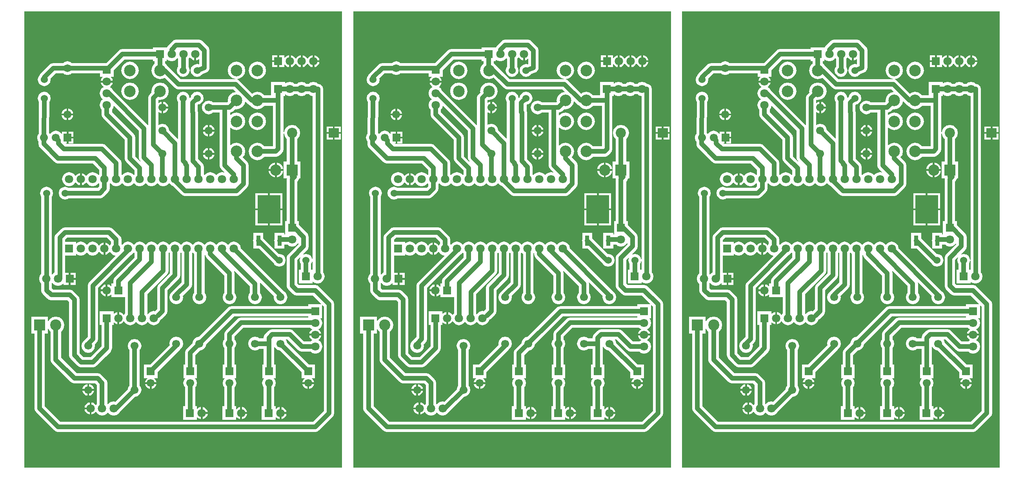
<source format=gbl>
G04 Layer_Physical_Order=2*
G04 Layer_Color=16711680*
%FSLAX25Y25*%
%MOIN*%
G70*
G01*
G75*
%ADD10R,0.19685X0.24016*%
%ADD11R,0.03740X0.08661*%
%ADD12C,0.03937*%
%ADD13C,0.06000*%
%ADD14R,0.07087X0.07087*%
%ADD15C,0.07087*%
%ADD16C,0.09842*%
%ADD17C,0.06693*%
%ADD18R,0.07087X0.07087*%
%ADD19R,0.06693X0.06693*%
%ADD20R,0.06693X0.06693*%
%ADD21R,0.08661X0.07874*%
%ADD22C,0.08661*%
%ADD23R,0.09449X0.09449*%
%ADD24C,0.09449*%
G36*
X831836Y2810D02*
X561865D01*
Y390891D01*
X831836D01*
Y2810D01*
D02*
G37*
G36*
X552308D02*
X282337D01*
Y390891D01*
X552308D01*
Y2810D01*
D02*
G37*
G36*
X272781D02*
X2810D01*
Y390891D01*
X272781D01*
Y2810D01*
D02*
G37*
%LPC*%
G36*
X710269Y366620D02*
X703746D01*
X703746Y366620D01*
X690945D01*
X689255Y366284D01*
X687823Y365327D01*
X683886Y361390D01*
X683110Y360229D01*
X682913Y360236D01*
X682913Y360236D01*
X682913Y360236D01*
X671102D01*
Y358746D01*
X645197D01*
X643507Y358410D01*
X642075Y357453D01*
X631551Y346929D01*
X630424D01*
X630394Y346935D01*
X602092D01*
X600653Y347897D01*
X598425Y348340D01*
X596198Y347897D01*
X594758Y346935D01*
X586614D01*
X586614Y346935D01*
X584924Y346599D01*
X583492Y345642D01*
X575618Y337768D01*
X574661Y336335D01*
X574629Y336176D01*
X573689Y334769D01*
X573273Y332677D01*
X573689Y330585D01*
X574874Y328811D01*
X576648Y327626D01*
X578740Y327210D01*
X580832Y327626D01*
X582606Y328811D01*
X583791Y330585D01*
X584207Y332677D01*
X584010Y333671D01*
X588443Y338104D01*
X594758D01*
X596198Y337142D01*
X598425Y336699D01*
X600653Y337142D01*
X602092Y338104D01*
X625984D01*
Y335118D01*
X628466D01*
X628523Y334930D01*
X628200Y334714D01*
X627069Y333021D01*
X626828Y331811D01*
X636951D01*
X636711Y333021D01*
X635580Y334714D01*
X635256Y334930D01*
X635313Y335118D01*
X637795D01*
Y340685D01*
X647026Y349915D01*
X671102D01*
Y348425D01*
X672592D01*
Y346255D01*
X671914Y345802D01*
X670304Y343393D01*
X669739Y340551D01*
X670304Y337709D01*
X671914Y335300D01*
X674324Y333690D01*
X677165Y333125D01*
X680007Y333690D01*
X681033Y334376D01*
X689791Y325618D01*
X691224Y324661D01*
X692913Y324325D01*
X739602D01*
X741489Y322437D01*
X741432Y322249D01*
X739284Y321821D01*
X736875Y320212D01*
X735265Y317802D01*
X734700Y314961D01*
X734896Y313975D01*
X734391Y313471D01*
X722171D01*
X720731Y314433D01*
X718504Y314876D01*
X716277Y314433D01*
X714388Y313171D01*
X713126Y311282D01*
X712683Y309055D01*
X713126Y306828D01*
X714388Y304939D01*
X716277Y303678D01*
X718504Y303235D01*
X720731Y303678D01*
X722171Y304640D01*
X727868D01*
X727868Y297244D01*
X727868Y297244D01*
Y259842D01*
X728204Y258153D01*
X729161Y256720D01*
X732052Y253830D01*
X731955Y253648D01*
X729921Y254053D01*
X727617Y253594D01*
X725664Y252289D01*
X725020Y251325D01*
X724823D01*
X724179Y252289D01*
X722226Y253594D01*
X719921Y254053D01*
X717617Y253594D01*
X715664Y252289D01*
X715020Y251325D01*
X714823D01*
X714337Y252053D01*
Y258583D01*
X714001Y260272D01*
X713043Y261705D01*
X709534Y265215D01*
Y304825D01*
X709198Y306515D01*
X709140Y306601D01*
Y311163D01*
X709632Y311655D01*
X710754Y311878D01*
X712527Y313063D01*
X713713Y314837D01*
X714129Y316929D01*
X713713Y319021D01*
X712527Y320795D01*
X710754Y321980D01*
X708661Y322396D01*
X706569Y321980D01*
X704796Y320795D01*
X703610Y319021D01*
X703387Y317899D01*
X702501Y317014D01*
X702288Y317078D01*
X701901Y319021D01*
X700716Y320795D01*
X698943Y321980D01*
X696850Y322396D01*
X694758Y321980D01*
X692984Y320795D01*
X691799Y319021D01*
X691383Y316929D01*
X691799Y314837D01*
X692435Y313886D01*
Y282571D01*
X692253Y282495D01*
X684849Y289899D01*
X684511Y291598D01*
X683250Y293486D01*
X681361Y294747D01*
X679134Y295191D01*
X676906Y294747D01*
X676046Y294172D01*
X675872Y294265D01*
Y305107D01*
X676046Y305200D01*
X677214Y304419D01*
X678346Y304194D01*
Y309055D01*
Y313916D01*
X677214Y313691D01*
X676046Y312911D01*
X675872Y313003D01*
Y315297D01*
X676180Y315604D01*
X677165Y315408D01*
X680007Y315974D01*
X682416Y317583D01*
X684026Y319993D01*
X684591Y322835D01*
X684026Y325676D01*
X682416Y328086D01*
X680007Y329695D01*
X677165Y330261D01*
X674324Y329695D01*
X671914Y328086D01*
X670304Y325676D01*
X669739Y322835D01*
X669935Y321849D01*
X668334Y320248D01*
X667377Y318816D01*
X667041Y317126D01*
Y294100D01*
X666853Y294043D01*
X666705Y294264D01*
X637073Y323896D01*
X636147Y325281D01*
X634475Y326399D01*
Y326595D01*
X635580Y327334D01*
X636711Y329027D01*
X636951Y330236D01*
X626828D01*
X627069Y329027D01*
X628200Y327334D01*
X629305Y326595D01*
Y326399D01*
X627632Y325281D01*
X626327Y323328D01*
X625869Y321024D01*
X626327Y318719D01*
X627632Y316766D01*
X628596Y316122D01*
Y315925D01*
X627632Y315281D01*
X626327Y313328D01*
X625869Y311024D01*
X626327Y308719D01*
X627474Y307002D01*
Y303150D01*
X627810Y301460D01*
X628767Y300027D01*
X647159Y281636D01*
Y265748D01*
X647495Y264058D01*
X648453Y262626D01*
X655506Y255573D01*
Y252053D01*
X655020Y251325D01*
X654823D01*
X654179Y252289D01*
X652225Y253594D01*
X649921Y254053D01*
X647617Y253594D01*
X645664Y252289D01*
X645020Y251325D01*
X644823D01*
X644337Y252053D01*
Y261653D01*
X644001Y263343D01*
X643044Y264776D01*
X631075Y276744D01*
X629642Y277701D01*
X627953Y278038D01*
X597437D01*
X597113Y278361D01*
X597188Y278543D01*
X597795D01*
Y283465D01*
Y288386D01*
X593661D01*
Y286478D01*
X593473Y286421D01*
X592698Y287580D01*
X590810Y288842D01*
X588583Y289285D01*
X586355Y288842D01*
X584467Y287580D01*
X583681Y286404D01*
X583484D01*
X582869Y287325D01*
X583126Y313841D01*
X583791Y314837D01*
X584207Y316929D01*
X583791Y319021D01*
X582606Y320795D01*
X580832Y321980D01*
X578740Y322396D01*
X576648Y321980D01*
X574874Y320795D01*
X573689Y319021D01*
X573273Y316929D01*
X573689Y314837D01*
X574295Y313930D01*
X574034Y286932D01*
X573205Y285692D01*
X572762Y283465D01*
X573205Y281237D01*
X573958Y280111D01*
X573931Y278009D01*
X573936Y277981D01*
X573931Y277953D01*
X574094Y277134D01*
X574246Y276315D01*
X574261Y276291D01*
X574267Y276263D01*
X574730Y275569D01*
X575185Y274870D01*
X575208Y274854D01*
X575224Y274831D01*
X587429Y262626D01*
X588861Y261669D01*
X590551Y261333D01*
X590551Y261333D01*
X620218D01*
X625506Y256045D01*
Y252053D01*
X625020Y251325D01*
X624823D01*
X624179Y252289D01*
X622226Y253594D01*
X619921Y254053D01*
X617617Y253594D01*
X615664Y252289D01*
X614546Y250617D01*
X614349D01*
X613611Y251722D01*
X611918Y252853D01*
X610709Y253093D01*
Y242970D01*
X611918Y243210D01*
X613611Y244342D01*
X614349Y245446D01*
X614546D01*
X615664Y243774D01*
X617617Y242469D01*
X619921Y242010D01*
X622226Y242469D01*
X624179Y243774D01*
X624823Y244738D01*
X625020D01*
X625506Y244010D01*
Y241986D01*
X624155Y240636D01*
X599500D01*
X598549Y241271D01*
X596457Y241688D01*
X594365Y241271D01*
X592591Y240086D01*
X591406Y238313D01*
X590989Y236221D01*
X591406Y234128D01*
X592591Y232354D01*
X594365Y231169D01*
X596457Y230753D01*
X598549Y231169D01*
X599500Y231805D01*
X625984D01*
X627674Y232141D01*
X629107Y233098D01*
X633043Y237035D01*
X633043Y237035D01*
X634001Y238468D01*
X634337Y240158D01*
Y244010D01*
X634823Y244738D01*
X635020D01*
X635664Y243774D01*
X637617Y242469D01*
X639921Y242010D01*
X642226Y242469D01*
X644179Y243774D01*
X644823Y244738D01*
X645020D01*
X645664Y243774D01*
X647617Y242469D01*
X649921Y242010D01*
X652225Y242469D01*
X654179Y243774D01*
X654823Y244738D01*
X655020D01*
X655664Y243774D01*
X657617Y242469D01*
X659921Y242010D01*
X662225Y242469D01*
X664179Y243774D01*
X664823Y244738D01*
X665020D01*
X665664Y243774D01*
X667617Y242469D01*
X669921Y242010D01*
X672226Y242469D01*
X674179Y243774D01*
X674823Y244738D01*
X675020D01*
X675664Y243774D01*
X677617Y242469D01*
X679921Y242010D01*
X682226Y242469D01*
X684179Y243774D01*
X684823Y244738D01*
X685020D01*
X685664Y243774D01*
X687617Y242469D01*
X688225Y242348D01*
X695506Y235067D01*
X696939Y234109D01*
X698628Y233773D01*
X742126D01*
X743816Y234109D01*
X745248Y235067D01*
X751154Y240972D01*
X752111Y242405D01*
X752447Y244094D01*
Y259842D01*
X752111Y261532D01*
X751154Y262965D01*
X747513Y266606D01*
X748987Y268812D01*
X749552Y271654D01*
X748987Y274495D01*
X747377Y276905D01*
X744968Y278514D01*
X742126Y279080D01*
X739284Y278514D01*
X736896Y276919D01*
X736699Y276969D01*
Y291929D01*
X736896Y291979D01*
X739284Y290383D01*
X742126Y289818D01*
X744968Y290383D01*
X747377Y291993D01*
X748987Y294402D01*
X749552Y297244D01*
X748987Y300086D01*
X747377Y302495D01*
X744968Y304105D01*
X742126Y304670D01*
X739284Y304105D01*
X736896Y302509D01*
X736699Y302559D01*
Y304735D01*
X737910Y304976D01*
X739343Y305933D01*
X741140Y307731D01*
X742126Y307534D01*
X744968Y308100D01*
X747377Y309710D01*
X748987Y312119D01*
X749414Y314267D01*
X749602Y314324D01*
X752088Y311838D01*
X753520Y310881D01*
X753853Y310815D01*
X754591Y309710D01*
X757001Y308100D01*
X759842Y307534D01*
X762684Y308100D01*
X765094Y309710D01*
X765652Y310545D01*
X773143D01*
Y276069D01*
X765652D01*
X765094Y276905D01*
X762684Y278514D01*
X759843Y279080D01*
X757001Y278514D01*
X754592Y276905D01*
X752982Y274495D01*
X752416Y271654D01*
X752982Y268812D01*
X754592Y266402D01*
X757001Y264793D01*
X759843Y264227D01*
X762684Y264793D01*
X765094Y266402D01*
X765652Y267238D01*
X775591D01*
X777280Y267574D01*
X778713Y268531D01*
X780681Y270500D01*
X781638Y271932D01*
X781975Y273622D01*
Y318898D01*
X783307D01*
Y320200D01*
X783504Y320305D01*
X785097Y319240D01*
X787402Y318782D01*
X789706Y319240D01*
X791423Y320388D01*
X793380D01*
X795097Y319240D01*
X797402Y318782D01*
X799706Y319240D01*
X801423Y320388D01*
X803380D01*
X805097Y319240D01*
X806923Y318877D01*
Y171260D01*
X805597D01*
Y176091D01*
X806232Y177042D01*
X806648Y179134D01*
X806232Y181226D01*
X805047Y183000D01*
X803273Y184185D01*
X801181Y184601D01*
X799089Y184185D01*
X798743Y183954D01*
X798618Y184106D01*
X802335Y187823D01*
X802335Y187823D01*
X803292Y189255D01*
X803628Y190945D01*
X803628Y190945D01*
Y198819D01*
X803292Y200509D01*
X802335Y201941D01*
X795276Y209000D01*
Y212598D01*
X793786D01*
Y246203D01*
X794461Y246878D01*
X795418Y248310D01*
X795519Y248819D01*
X796457D01*
Y262992D01*
X793786D01*
Y282302D01*
X794195Y282576D01*
X795675Y284790D01*
X796194Y287402D01*
X795675Y290013D01*
X794195Y292227D01*
X791982Y293706D01*
X789370Y294226D01*
X786759Y293706D01*
X784545Y292227D01*
X783066Y290013D01*
X782546Y287402D01*
X783066Y284790D01*
X784545Y282576D01*
X784955Y282302D01*
Y262992D01*
X782283D01*
Y248819D01*
X784956D01*
X785081Y248667D01*
X784955Y248032D01*
Y212598D01*
X783465D01*
Y201108D01*
X782894D01*
Y202559D01*
X774429D01*
Y196787D01*
X774246Y195866D01*
X774429Y194945D01*
Y189173D01*
X782894D01*
Y192277D01*
X785349D01*
X787066Y191130D01*
X789370Y190672D01*
X791674Y191130D01*
X793628Y192435D01*
X794609Y193903D01*
X794797Y193846D01*
Y192774D01*
X786248Y184225D01*
X785291Y182792D01*
X784955Y181102D01*
Y157480D01*
X785291Y155791D01*
X786248Y154358D01*
X790185Y150421D01*
X791617Y149464D01*
X793307Y149128D01*
X807226D01*
X814440Y141914D01*
X814365Y141732D01*
X803150D01*
Y140242D01*
X738189D01*
X736499Y139906D01*
X735067Y138949D01*
X710101Y113983D01*
X708402Y113645D01*
X706514Y112383D01*
X705253Y110495D01*
X704915Y108797D01*
X699634Y103516D01*
X698676Y102083D01*
X698340Y100394D01*
Y90354D01*
X697047D01*
Y78937D01*
X698576D01*
X698626Y78740D01*
X697378Y76873D01*
X696935Y74646D01*
X697378Y72418D01*
X698340Y70979D01*
Y55118D01*
X696693D01*
Y43307D01*
X708504D01*
Y45789D01*
X708692Y45846D01*
X708909Y45523D01*
X710601Y44391D01*
X711811Y44151D01*
Y49213D01*
Y54274D01*
X710601Y54034D01*
X708909Y52903D01*
X708692Y52579D01*
X708504Y52636D01*
Y55118D01*
X707171D01*
Y70979D01*
X708133Y72418D01*
X708576Y74646D01*
X708133Y76873D01*
X706886Y78740D01*
X706936Y78937D01*
X708464D01*
Y90354D01*
X707171D01*
Y98565D01*
X711159Y102552D01*
X712857Y102890D01*
X714746Y104152D01*
X716007Y106040D01*
X716345Y107738D01*
X740018Y131411D01*
X803150D01*
Y130597D01*
X746260D01*
X744570Y130261D01*
X743138Y129304D01*
X733098Y119264D01*
X732141Y117832D01*
X731805Y116142D01*
Y111935D01*
X730843Y110495D01*
X730400Y108268D01*
X730843Y106040D01*
X731805Y104601D01*
Y90354D01*
X730512D01*
Y78937D01*
X732040D01*
X732091Y78740D01*
X730843Y76873D01*
X730400Y74646D01*
X730843Y72418D01*
X731647Y71214D01*
Y55118D01*
X730158D01*
Y43307D01*
X741968D01*
Y45789D01*
X742157Y45846D01*
X742373Y45523D01*
X744066Y44391D01*
X745276Y44151D01*
Y49213D01*
Y54274D01*
X744066Y54034D01*
X742373Y52903D01*
X742157Y52579D01*
X741968Y52636D01*
Y55118D01*
X740479D01*
Y70743D01*
X741598Y72418D01*
X742041Y74646D01*
X741598Y76873D01*
X740350Y78740D01*
X740401Y78937D01*
X741929D01*
Y90354D01*
X740636D01*
Y104601D01*
X741598Y106040D01*
X742041Y108268D01*
X741598Y110495D01*
X740636Y111935D01*
Y114313D01*
X748089Y121766D01*
X804666D01*
X804797Y121569D01*
X806470Y120452D01*
Y120255D01*
X805365Y119517D01*
X804234Y117824D01*
X803993Y116614D01*
X814117D01*
X813876Y117824D01*
X812745Y119517D01*
X811640Y120255D01*
Y120452D01*
X813313Y121569D01*
X814618Y123523D01*
X815076Y125827D01*
X814618Y128131D01*
X813538Y129748D01*
X813630Y129921D01*
X814961D01*
Y141136D01*
X815143Y141211D01*
X816451Y139903D01*
Y51042D01*
X807226Y41817D01*
X592380D01*
X579219Y54979D01*
Y116929D01*
X581890D01*
Y120923D01*
X582087Y120982D01*
X583474Y118907D01*
X584167Y118443D01*
Y94488D01*
X584503Y92798D01*
X585460Y91366D01*
X601208Y75618D01*
X602641Y74661D01*
X604331Y74325D01*
X622187D01*
X623537Y72974D01*
Y57171D01*
X622656Y55853D01*
X622460D01*
X621800Y56840D01*
X620107Y57971D01*
X618898Y58211D01*
Y53150D01*
Y48088D01*
X620107Y48328D01*
X621800Y49460D01*
X622460Y50447D01*
X622656D01*
X623695Y48892D01*
X625649Y47587D01*
X627953Y47128D01*
X630257Y47587D01*
X632210Y48892D01*
X632776Y49738D01*
X632972D01*
X633538Y48892D01*
X635491Y47587D01*
X637795Y47128D01*
X640099Y47587D01*
X642053Y48892D01*
X642751Y49937D01*
X642886Y50027D01*
X656041Y63182D01*
X657739Y63520D01*
X659627Y64782D01*
X660889Y66670D01*
X661332Y68898D01*
X660889Y71125D01*
X659927Y72565D01*
Y102632D01*
X660889Y104072D01*
X661332Y106299D01*
X660889Y108527D01*
X659628Y110415D01*
X657739Y111677D01*
X655512Y112120D01*
X653285Y111677D01*
X651396Y110415D01*
X650135Y108527D01*
X649691Y106299D01*
X650135Y104072D01*
X651096Y102632D01*
Y72565D01*
X650134Y71125D01*
X649797Y69427D01*
X639251Y58881D01*
X637795Y59171D01*
X635491Y58713D01*
X633538Y57407D01*
X632972Y56561D01*
X632776D01*
X632368Y57171D01*
Y74803D01*
X632032Y76493D01*
X631075Y77925D01*
X627138Y81862D01*
X625705Y82820D01*
X624016Y83156D01*
X606160D01*
X592998Y96317D01*
Y118443D01*
X593692Y118907D01*
X595258Y121251D01*
X595808Y124016D01*
X595258Y126781D01*
X593692Y129125D01*
X591348Y130691D01*
X588583Y131241D01*
X585818Y130691D01*
X583474Y129125D01*
X582087Y127049D01*
X581890Y127109D01*
Y131102D01*
X567717D01*
Y116929D01*
X570388D01*
Y53150D01*
X570724Y51460D01*
X571681Y50027D01*
X587429Y34279D01*
X588861Y33322D01*
X590551Y32986D01*
X809055D01*
X810745Y33322D01*
X812177Y34279D01*
X823988Y46090D01*
X823988Y46090D01*
X824946Y47523D01*
X825282Y49213D01*
Y141732D01*
X824946Y143422D01*
X823988Y144854D01*
X812177Y156666D01*
X810745Y157623D01*
X809055Y157959D01*
X795136D01*
X793786Y159309D01*
Y179273D01*
X796209Y181697D01*
X796361Y181572D01*
X796130Y181226D01*
X795714Y179134D01*
X796130Y177042D01*
X796766Y176091D01*
Y171260D01*
X795118D01*
Y159449D01*
X806929D01*
Y160779D01*
X807103Y160872D01*
X808719Y159792D01*
X811024Y159333D01*
X813328Y159792D01*
X815281Y161097D01*
X816586Y163050D01*
X817045Y165354D01*
X816586Y167658D01*
X815754Y168904D01*
Y324803D01*
X815418Y326493D01*
X814461Y327925D01*
X813028Y328883D01*
X811459Y329195D01*
X809706Y330366D01*
X807402Y330824D01*
X805097Y330366D01*
X803380Y329219D01*
X801423D01*
X799706Y330366D01*
X797402Y330824D01*
X795097Y330366D01*
X793380Y329219D01*
X791423D01*
X789706Y330366D01*
X787402Y330824D01*
X785097Y330366D01*
X783504Y329301D01*
X783307Y329406D01*
Y330709D01*
X771496D01*
Y319376D01*
X765652D01*
X765094Y320212D01*
X762684Y321821D01*
X759842Y322387D01*
X757001Y321821D01*
X755558Y320857D01*
X744553Y331862D01*
X743120Y332820D01*
X742360Y332971D01*
Y333172D01*
X744968Y333690D01*
X747377Y335300D01*
X748987Y337709D01*
X749552Y340551D01*
X748987Y343393D01*
X747377Y345802D01*
X744968Y347412D01*
X742126Y347977D01*
X739284Y347412D01*
X736875Y345802D01*
X735265Y343393D01*
X734700Y340551D01*
X735265Y337709D01*
X736875Y335300D01*
X739284Y333690D01*
X740982Y333352D01*
X740963Y333156D01*
X694742D01*
X684225Y343673D01*
X684225Y343673D01*
X683528Y344139D01*
X682416Y345802D01*
X681423Y346466D01*
Y348425D01*
X682913D01*
Y349755D01*
X683087Y349848D01*
X684704Y348768D01*
X687008Y348309D01*
X689312Y348768D01*
X691265Y350073D01*
X691910Y351037D01*
X692106D01*
X692592Y350309D01*
Y343830D01*
X691799Y342643D01*
X691383Y340551D01*
X691799Y338459D01*
X692984Y336685D01*
X694758Y335500D01*
X696850Y335084D01*
X698943Y335500D01*
X700716Y336685D01*
X701901Y338459D01*
X702318Y340551D01*
X701901Y342643D01*
X701423Y343359D01*
Y350309D01*
X702383Y351745D01*
X702580D01*
X703318Y350641D01*
X705011Y349510D01*
X706220Y349269D01*
Y354331D01*
X707795D01*
Y349269D01*
X709005Y349510D01*
X710293Y350370D01*
X710466Y350277D01*
Y345917D01*
X710010Y345750D01*
X708661Y346018D01*
X706569Y345602D01*
X704796Y344417D01*
X703610Y342643D01*
X703194Y340551D01*
X703610Y338459D01*
X704796Y336685D01*
X706569Y335500D01*
X708661Y335084D01*
X710754Y335500D01*
X712527Y336685D01*
X713042Y337456D01*
X716403Y338690D01*
X716482Y338737D01*
X716572Y338755D01*
X717214Y339185D01*
X717874Y339587D01*
X717928Y339662D01*
X718004Y339712D01*
X718434Y340355D01*
X718889Y340980D01*
X718910Y341069D01*
X718961Y341145D01*
X719112Y341903D01*
X719294Y342654D01*
X719280Y342745D01*
X719297Y342835D01*
Y357592D01*
X718961Y359282D01*
X718004Y360715D01*
X713392Y365327D01*
X711959Y366284D01*
X710269Y366620D01*
D02*
G37*
G36*
X808346Y353487D02*
Y349213D01*
X812621D01*
X812380Y350422D01*
X811249Y352115D01*
X809556Y353246D01*
X808346Y353487D01*
D02*
G37*
G36*
X776772Y353543D02*
X772441D01*
Y349213D01*
X776772D01*
Y353543D01*
D02*
G37*
G36*
X798347Y353487D02*
Y348425D01*
Y343363D01*
X799556Y343604D01*
X801249Y344735D01*
X802380Y346428D01*
X802461Y346833D01*
X802658D01*
X802738Y346428D01*
X803869Y344735D01*
X805562Y343604D01*
X806772Y343363D01*
Y348425D01*
Y353487D01*
X805562Y353246D01*
X803869Y352115D01*
X802738Y350422D01*
X802658Y350018D01*
X802461D01*
X802380Y350422D01*
X801249Y352115D01*
X799556Y353246D01*
X798347Y353487D01*
D02*
G37*
G36*
X788346D02*
Y348425D01*
Y343363D01*
X789556Y343604D01*
X791249Y344735D01*
X792380Y346428D01*
X792461Y346833D01*
X792658D01*
X792738Y346428D01*
X793869Y344735D01*
X795562Y343604D01*
X796772Y343363D01*
Y348425D01*
Y353487D01*
X795562Y353246D01*
X793869Y352115D01*
X792738Y350422D01*
X792658Y350018D01*
X792461D01*
X792380Y350422D01*
X791249Y352115D01*
X789556Y353246D01*
X788346Y353487D01*
D02*
G37*
G36*
X782677Y353543D02*
X778346D01*
Y348425D01*
Y343307D01*
X782677D01*
Y346165D01*
X782874Y346224D01*
X783869Y344735D01*
X785562Y343604D01*
X786772Y343363D01*
Y348425D01*
Y353487D01*
X785562Y353246D01*
X783869Y352115D01*
X782874Y350626D01*
X782677Y350686D01*
Y353543D01*
D02*
G37*
G36*
X812621Y347638D02*
X808346D01*
Y343363D01*
X809556Y343604D01*
X811249Y344735D01*
X812380Y346428D01*
X812621Y347638D01*
D02*
G37*
G36*
X776772D02*
X772441D01*
Y343307D01*
X776772D01*
Y347638D01*
D02*
G37*
G36*
X759842Y347977D02*
X757001Y347412D01*
X754591Y345802D01*
X752982Y343393D01*
X752416Y340551D01*
X752982Y337709D01*
X754591Y335300D01*
X757001Y333690D01*
X759842Y333125D01*
X762684Y333690D01*
X765094Y335300D01*
X766703Y337709D01*
X767269Y340551D01*
X766703Y343393D01*
X765094Y345802D01*
X762684Y347412D01*
X759842Y347977D01*
D02*
G37*
G36*
X651575D02*
X648733Y347412D01*
X646324Y345802D01*
X644714Y343393D01*
X644149Y340551D01*
X644714Y337709D01*
X646324Y335300D01*
X648733Y333690D01*
X651575Y333125D01*
X654417Y333690D01*
X656826Y335300D01*
X658436Y337709D01*
X659001Y340551D01*
X658436Y343393D01*
X656826Y345802D01*
X654417Y347412D01*
X651575Y347977D01*
D02*
G37*
G36*
Y330261D02*
X648733Y329695D01*
X646324Y328086D01*
X644714Y325676D01*
X644149Y322835D01*
X644714Y319993D01*
X646324Y317583D01*
X648733Y315974D01*
X651575Y315408D01*
X654417Y315974D01*
X656826Y317583D01*
X658436Y319993D01*
X659001Y322835D01*
X658436Y325676D01*
X656826Y328086D01*
X654417Y329695D01*
X651575Y330261D01*
D02*
G37*
G36*
X679921Y313916D02*
Y309842D01*
X683995D01*
X683770Y310975D01*
X682682Y312603D01*
X681054Y313691D01*
X679921Y313916D01*
D02*
G37*
G36*
X683995Y308268D02*
X679921D01*
Y304194D01*
X681054Y304419D01*
X682682Y305507D01*
X683770Y307135D01*
X683995Y308268D01*
D02*
G37*
G36*
X599213Y308011D02*
Y303937D01*
X603286D01*
X603061Y305070D01*
X601973Y306698D01*
X600345Y307785D01*
X599213Y308011D01*
D02*
G37*
G36*
X597638D02*
X596505Y307785D01*
X594877Y306698D01*
X593789Y305070D01*
X593564Y303937D01*
X597638D01*
Y308011D01*
D02*
G37*
G36*
X603286Y302362D02*
X599213D01*
Y298288D01*
X600345Y298514D01*
X601973Y299602D01*
X603061Y301229D01*
X603286Y302362D01*
D02*
G37*
G36*
X597638D02*
X593564D01*
X593789Y301229D01*
X594877Y299602D01*
X596505Y298514D01*
X597638Y298288D01*
Y302362D01*
D02*
G37*
G36*
X719291Y294231D02*
Y290158D01*
X723365D01*
X723140Y291290D01*
X722052Y292918D01*
X720424Y294006D01*
X719291Y294231D01*
D02*
G37*
G36*
X717717Y294231D02*
X716584Y294006D01*
X714956Y292918D01*
X713868Y291290D01*
X713643Y290158D01*
X717717D01*
Y294231D01*
D02*
G37*
G36*
X759843Y304670D02*
X757001Y304105D01*
X754592Y302495D01*
X752982Y300086D01*
X752416Y297244D01*
X752982Y294402D01*
X754592Y291993D01*
X757001Y290383D01*
X759843Y289818D01*
X762684Y290383D01*
X765094Y291993D01*
X766704Y294402D01*
X767269Y297244D01*
X766704Y300086D01*
X765094Y302495D01*
X762684Y304105D01*
X759843Y304670D01*
D02*
G37*
G36*
X830709Y292914D02*
X825591D01*
Y288189D01*
X830709D01*
Y292914D01*
D02*
G37*
G36*
X824016D02*
X818898D01*
Y288189D01*
X824016D01*
Y292914D01*
D02*
G37*
G36*
X723365Y288583D02*
X719291D01*
Y284509D01*
X720424Y284734D01*
X722052Y285822D01*
X723140Y287450D01*
X723365Y288583D01*
D02*
G37*
G36*
X717717D02*
X713643D01*
X713868Y287450D01*
X714956Y285822D01*
X716584Y284734D01*
X717717Y284509D01*
Y288583D01*
D02*
G37*
G36*
X603504Y288386D02*
X599370D01*
Y284252D01*
X603504D01*
Y288386D01*
D02*
G37*
G36*
X830709Y286614D02*
X825591D01*
Y281890D01*
X830709D01*
Y286614D01*
D02*
G37*
G36*
X824016D02*
X818898D01*
Y281890D01*
X824016D01*
Y286614D01*
D02*
G37*
G36*
X603504Y282677D02*
X599370D01*
Y278543D01*
X603504D01*
Y282677D01*
D02*
G37*
G36*
X719291Y274546D02*
Y270473D01*
X723365D01*
X723140Y271605D01*
X722052Y273233D01*
X720424Y274321D01*
X719291Y274546D01*
D02*
G37*
G36*
X717717Y274546D02*
X716584Y274321D01*
X714956Y273233D01*
X713868Y271605D01*
X713643Y270473D01*
X717717D01*
Y274546D01*
D02*
G37*
G36*
X723365Y268898D02*
X719291D01*
Y264824D01*
X720424Y265049D01*
X722052Y266137D01*
X723140Y267765D01*
X723365Y268898D01*
D02*
G37*
G36*
X717717D02*
X713643D01*
X713868Y267765D01*
X714956Y266137D01*
X716584Y265049D01*
X717717Y264824D01*
Y268898D01*
D02*
G37*
G36*
X776378Y262172D02*
Y256693D01*
X781856D01*
X781524Y258363D01*
X780132Y260447D01*
X778048Y261839D01*
X776378Y262172D01*
D02*
G37*
G36*
X774803D02*
X773133Y261839D01*
X771049Y260447D01*
X769657Y258363D01*
X769325Y256693D01*
X774803D01*
Y262172D01*
D02*
G37*
G36*
X781857Y255118D02*
X776378D01*
Y249640D01*
X778048Y249972D01*
X780132Y251364D01*
X781524Y253448D01*
X781857Y255118D01*
D02*
G37*
G36*
X774803D02*
X769324D01*
X769657Y253448D01*
X771049Y251364D01*
X773133Y249972D01*
X774803Y249640D01*
Y255118D01*
D02*
G37*
G36*
X599921Y254053D02*
X597617Y253594D01*
X595664Y252289D01*
X594358Y250336D01*
X593900Y248031D01*
X594358Y245727D01*
X595664Y243774D01*
X597617Y242469D01*
X599921Y242010D01*
X602225Y242469D01*
X604179Y243774D01*
X605296Y245446D01*
X605493D01*
X606231Y244342D01*
X607924Y243210D01*
X609134Y242970D01*
Y253093D01*
X607924Y252853D01*
X606231Y251722D01*
X605493Y250617D01*
X605296D01*
X604179Y252289D01*
X602225Y253594D01*
X599921Y254053D01*
D02*
G37*
G36*
X781102Y236024D02*
X770472D01*
Y223228D01*
X781102D01*
Y236024D01*
D02*
G37*
G36*
X768898D02*
X758268D01*
Y223228D01*
X768898D01*
Y236024D01*
D02*
G37*
G36*
X781102Y221654D02*
X770472D01*
Y208858D01*
X781102D01*
Y221654D01*
D02*
G37*
G36*
X768898D02*
X758268D01*
Y208858D01*
X768898D01*
Y221654D01*
D02*
G37*
G36*
X580709Y241688D02*
X578616Y241271D01*
X576843Y240086D01*
X575658Y238313D01*
X575241Y236221D01*
X575658Y234128D01*
X576293Y233177D01*
Y167748D01*
X576136Y167643D01*
X574831Y165690D01*
X574373Y163386D01*
X574831Y161082D01*
X576136Y159128D01*
X576293Y159023D01*
Y153543D01*
X576629Y151854D01*
X577586Y150421D01*
X581523Y146484D01*
X582956Y145527D01*
X584646Y145191D01*
X598565D01*
X599915Y143840D01*
Y98425D01*
X600251Y96735D01*
X601208Y95303D01*
X607114Y89397D01*
X608546Y88440D01*
X610236Y88104D01*
X620079D01*
X621769Y88440D01*
X623201Y89397D01*
X631075Y97272D01*
X631075Y97272D01*
X635012Y101208D01*
X635969Y102641D01*
X636305Y104331D01*
Y124016D01*
X637638D01*
Y126498D01*
X637826Y126555D01*
X638042Y126231D01*
X639735Y125100D01*
X640945Y124859D01*
Y129921D01*
Y134983D01*
X639735Y134742D01*
X638042Y133611D01*
X637826Y133288D01*
X637638Y133345D01*
Y135827D01*
X625827D01*
Y124016D01*
X627474D01*
Y106160D01*
X624831Y103516D01*
X624831Y103516D01*
X618250Y96935D01*
X612065D01*
X608746Y100254D01*
Y145669D01*
X608410Y147359D01*
X607453Y148792D01*
X603516Y152728D01*
X602083Y153686D01*
X600394Y154022D01*
X586475D01*
X585124Y155372D01*
Y159836D01*
X585295Y160092D01*
X585492D01*
X586136Y159128D01*
X588090Y157823D01*
X590394Y157365D01*
X592698Y157823D01*
X594651Y159128D01*
X595087Y159781D01*
X595276Y159723D01*
Y158268D01*
X599606D01*
Y163386D01*
Y168504D01*
X596463D01*
Y183071D01*
X605827D01*
Y184401D01*
X606000Y184494D01*
X607617Y183414D01*
X609921Y182955D01*
X612225Y183414D01*
X614179Y184719D01*
X614823Y185682D01*
X615020D01*
X615664Y184719D01*
X617617Y183414D01*
X619921Y182955D01*
X622226Y183414D01*
X624179Y184719D01*
X625296Y186391D01*
X625493D01*
X626231Y185286D01*
X627924Y184155D01*
X629134Y183915D01*
Y194038D01*
X627924Y193798D01*
X626231Y192666D01*
X625493Y191562D01*
X625296D01*
X624179Y193234D01*
X622226Y194539D01*
X619921Y194998D01*
X617617Y194539D01*
X615664Y193234D01*
X615020Y192270D01*
X614823D01*
X614179Y193234D01*
X612225Y194539D01*
X609921Y194998D01*
X607617Y194539D01*
X606000Y193459D01*
X605827Y193552D01*
Y194882D01*
X596463D01*
Y196517D01*
X598286Y198340D01*
X632029D01*
X635506Y194864D01*
Y192998D01*
X634546Y191562D01*
X634349D01*
X633611Y192666D01*
X631918Y193798D01*
X630709Y194038D01*
Y183915D01*
X631918Y184155D01*
X633611Y185286D01*
X634349Y186391D01*
X634546D01*
X635664Y184719D01*
X637617Y183414D01*
X639206Y183097D01*
X639263Y182909D01*
X616957Y160603D01*
X615999Y159170D01*
X615663Y157480D01*
Y114034D01*
X613020Y111390D01*
X612644Y110828D01*
X612026Y110415D01*
X610764Y108527D01*
X610321Y106299D01*
X610764Y104072D01*
X612026Y102183D01*
X613914Y100922D01*
X616142Y100479D01*
X618369Y100922D01*
X620257Y102183D01*
X621519Y104072D01*
X621962Y106299D01*
X621706Y107587D01*
X623201Y109082D01*
X624158Y110515D01*
X624494Y112205D01*
Y155651D01*
X652319Y183476D01*
X654179Y184719D01*
X654823Y185682D01*
X655020D01*
X655506Y184955D01*
Y181435D01*
X638610Y164540D01*
X637653Y163107D01*
X637317Y161417D01*
Y159449D01*
X635827D01*
Y156967D01*
X635638Y156910D01*
X635422Y157233D01*
X633729Y158364D01*
X632520Y158605D01*
Y153543D01*
Y148482D01*
X633729Y148722D01*
X635422Y149853D01*
X635638Y150177D01*
X635827Y150120D01*
Y147638D01*
X647474D01*
Y134178D01*
X646357Y132507D01*
X646160D01*
X645422Y133611D01*
X643729Y134742D01*
X642520Y134983D01*
Y129921D01*
Y124859D01*
X643729Y125100D01*
X645422Y126231D01*
X646160Y127336D01*
X646357D01*
X647475Y125664D01*
X649428Y124358D01*
X651732Y123900D01*
X654037Y124358D01*
X655990Y125664D01*
X656634Y126627D01*
X656831D01*
X657475Y125664D01*
X659428Y124358D01*
X661732Y123900D01*
X664037Y124358D01*
X665990Y125664D01*
X666634Y126627D01*
X666831D01*
X667475Y125664D01*
X669428Y124358D01*
X671732Y123900D01*
X674037Y124358D01*
X675990Y125664D01*
X677295Y127617D01*
X677426Y128275D01*
X678634Y129083D01*
X682256Y132704D01*
X683213Y134137D01*
X683549Y135827D01*
Y153683D01*
X693044Y163177D01*
X694001Y164609D01*
X694337Y166299D01*
Y184955D01*
X694823Y185682D01*
X695020D01*
X695506Y184955D01*
Y160412D01*
X687823Y152729D01*
X687447Y152166D01*
X686829Y151754D01*
X685568Y149865D01*
X685124Y147638D01*
X685568Y145411D01*
X686829Y143522D01*
X688718Y142261D01*
X690945Y141817D01*
X693172Y142261D01*
X695061Y143522D01*
X696322Y145411D01*
X696765Y147638D01*
X696509Y148926D01*
X703044Y155461D01*
X704001Y156893D01*
X704337Y158583D01*
Y184955D01*
X704823Y185682D01*
X705020D01*
X705664Y184719D01*
X706214Y184351D01*
Y151575D01*
X706256Y151367D01*
X705253Y149865D01*
X704809Y147638D01*
X705253Y145411D01*
X706514Y143522D01*
X708402Y142261D01*
X710630Y141817D01*
X712857Y142261D01*
X714746Y143522D01*
X716007Y145411D01*
X716450Y147638D01*
X716007Y149865D01*
X715004Y151367D01*
X715045Y151575D01*
Y185305D01*
X715234Y185362D01*
X715506Y184955D01*
Y184320D01*
X715506Y184320D01*
X715842Y182630D01*
X716799Y181198D01*
X731805Y166192D01*
Y151305D01*
X730843Y149865D01*
X730400Y147638D01*
X730843Y145410D01*
X732105Y143522D01*
X733993Y142260D01*
X736221Y141817D01*
X738448Y142260D01*
X740336Y143522D01*
X741598Y145410D01*
X742041Y147638D01*
X741598Y149865D01*
X740636Y151305D01*
Y168021D01*
X740300Y169710D01*
X739430Y171013D01*
X739582Y171139D01*
X753458Y157262D01*
Y151305D01*
X752497Y149865D01*
X752053Y147638D01*
X752497Y145410D01*
X753758Y143522D01*
X755647Y142260D01*
X757874Y141817D01*
X760101Y142260D01*
X761990Y143522D01*
X763251Y145410D01*
X763694Y147638D01*
X763251Y149865D01*
X762290Y151305D01*
Y159091D01*
X762040Y160347D01*
X762214Y160440D01*
X773924Y148729D01*
X773707Y147638D01*
X774150Y145410D01*
X775412Y143522D01*
X777300Y142260D01*
X779528Y141817D01*
X781755Y142260D01*
X783643Y143522D01*
X784905Y145410D01*
X785348Y147638D01*
X784905Y149865D01*
X783643Y151753D01*
X782669Y152404D01*
X782532Y152610D01*
X745887Y189255D01*
X745484Y191280D01*
X744179Y193234D01*
X742226Y194539D01*
X739921Y194998D01*
X737617Y194539D01*
X735664Y193234D01*
X735020Y192270D01*
X734823D01*
X734179Y193234D01*
X732226Y194539D01*
X729921Y194998D01*
X727617Y194539D01*
X725664Y193234D01*
X725020Y192270D01*
X724823D01*
X724179Y193234D01*
X722226Y194539D01*
X719921Y194998D01*
X717617Y194539D01*
X715664Y193234D01*
X715020Y192270D01*
X714823D01*
X714179Y193234D01*
X712225Y194539D01*
X709921Y194998D01*
X707617Y194539D01*
X705664Y193234D01*
X705020Y192270D01*
X704823D01*
X704179Y193234D01*
X702225Y194539D01*
X699921Y194998D01*
X697617Y194539D01*
X695664Y193234D01*
X695020Y192270D01*
X694823D01*
X694179Y193234D01*
X692226Y194539D01*
X689921Y194998D01*
X687617Y194539D01*
X685664Y193234D01*
X685020Y192270D01*
X684823D01*
X684179Y193234D01*
X682226Y194539D01*
X679921Y194998D01*
X677617Y194539D01*
X675664Y193234D01*
X675020Y192270D01*
X674823D01*
X674179Y193234D01*
X672226Y194539D01*
X669921Y194998D01*
X667617Y194539D01*
X665664Y193234D01*
X665020Y192270D01*
X664823D01*
X664179Y193234D01*
X662225Y194539D01*
X659921Y194998D01*
X657617Y194539D01*
X655664Y193234D01*
X655020Y192270D01*
X654823D01*
X654179Y193234D01*
X652225Y194539D01*
X649921Y194998D01*
X647617Y194539D01*
X645664Y193234D01*
X645020Y192270D01*
X644823D01*
X644337Y192998D01*
Y196693D01*
X644001Y198383D01*
X643044Y199815D01*
X636980Y205878D01*
X635548Y206835D01*
X633858Y207171D01*
X596457D01*
X594767Y206835D01*
X593334Y205878D01*
X588925Y201469D01*
X587968Y200036D01*
X587632Y198346D01*
Y168643D01*
X586136Y167643D01*
X585492Y166680D01*
X585295D01*
X585124Y166936D01*
Y233177D01*
X585760Y234128D01*
X586176Y236221D01*
X585760Y238313D01*
X584575Y240086D01*
X582801Y241271D01*
X580709Y241688D01*
D02*
G37*
G36*
X764941Y202559D02*
X756476D01*
Y196787D01*
X756293Y195866D01*
X756476Y194945D01*
Y189173D01*
X761157D01*
X773724Y176606D01*
X774618Y175268D01*
X776392Y174083D01*
X778484Y173667D01*
X780577Y174083D01*
X782350Y175268D01*
X783535Y177042D01*
X783952Y179134D01*
X783535Y181226D01*
X782350Y183000D01*
X780577Y184185D01*
X778484Y184601D01*
X778262Y184557D01*
X764941Y197878D01*
Y202559D01*
D02*
G37*
G36*
X605512Y168504D02*
X601181D01*
Y164173D01*
X605512D01*
Y168504D01*
D02*
G37*
G36*
Y162598D02*
X601181D01*
Y158268D01*
X605512D01*
Y162598D01*
D02*
G37*
G36*
X630945Y158605D02*
X629735Y158364D01*
X628042Y157233D01*
X626911Y155540D01*
X626671Y154331D01*
X630945D01*
Y158605D01*
D02*
G37*
G36*
Y152756D02*
X626671D01*
X626911Y151546D01*
X628042Y149853D01*
X629735Y148722D01*
X630945Y148482D01*
Y152756D01*
D02*
G37*
G36*
X787402Y120557D02*
X787401Y120557D01*
X772607D01*
X770918Y120221D01*
X769485Y119264D01*
X766563Y116342D01*
X765606Y114909D01*
X765270Y113219D01*
Y112683D01*
X761541D01*
X760101Y113645D01*
X757874Y114088D01*
X755647Y113645D01*
X753758Y112383D01*
X752497Y110495D01*
X752053Y108268D01*
X752497Y106040D01*
X753758Y104152D01*
X755647Y102890D01*
X757874Y102447D01*
X760101Y102890D01*
X761541Y103852D01*
X765270D01*
Y90354D01*
X763976D01*
Y78937D01*
X765505D01*
X765555Y78740D01*
X764308Y76873D01*
X763865Y74646D01*
X764308Y72418D01*
X765270Y70979D01*
Y55118D01*
X763622D01*
Y43307D01*
X775433D01*
Y45789D01*
X775621Y45846D01*
X775838Y45523D01*
X777531Y44391D01*
X778740Y44151D01*
Y49213D01*
Y54274D01*
X777531Y54034D01*
X775838Y52903D01*
X775621Y52579D01*
X775433Y52636D01*
Y55118D01*
X774101D01*
Y70979D01*
X775063Y72418D01*
X775505Y74646D01*
X775063Y76873D01*
X773815Y78740D01*
X773865Y78937D01*
X775394D01*
Y90354D01*
X774101D01*
Y105760D01*
X774297Y105820D01*
X775412Y104152D01*
X777300Y102890D01*
X778998Y102553D01*
X797441Y84110D01*
Y78937D01*
X800375D01*
X800432Y78749D01*
X799602Y78194D01*
X798514Y76566D01*
X798289Y75433D01*
X808011D01*
X807785Y76566D01*
X806698Y78194D01*
X805867Y78749D01*
X805924Y78937D01*
X808858D01*
Y90354D01*
X803685D01*
X785243Y108797D01*
X784905Y110495D01*
X784199Y111553D01*
X784291Y111726D01*
X785573D01*
X794594Y102705D01*
X796027Y101747D01*
X797717Y101411D01*
X805034D01*
X806751Y100264D01*
X809055Y99806D01*
X811359Y100264D01*
X813313Y101569D01*
X814618Y103523D01*
X815076Y105827D01*
X814618Y108131D01*
X813313Y110084D01*
X811640Y111202D01*
Y111399D01*
X812745Y112137D01*
X813876Y113830D01*
X814117Y115039D01*
X803993D01*
X804234Y113830D01*
X805365Y112137D01*
X806470Y111399D01*
Y111202D01*
X805034Y110242D01*
X799545D01*
X790524Y119264D01*
X789091Y120221D01*
X787402Y120557D01*
D02*
G37*
G36*
X690945Y114088D02*
X688718Y113645D01*
X686829Y112383D01*
X685568Y110495D01*
X685124Y108268D01*
X685381Y106980D01*
X668755Y90354D01*
X663583D01*
Y78937D01*
X666517D01*
X666574Y78749D01*
X665743Y78194D01*
X664656Y76566D01*
X664430Y75433D01*
X674152D01*
X673927Y76566D01*
X672839Y78194D01*
X672009Y78749D01*
X672066Y78937D01*
X675000D01*
Y84110D01*
X694067Y103177D01*
X694443Y103739D01*
X695061Y104152D01*
X696322Y106040D01*
X696765Y108268D01*
X696322Y110495D01*
X695061Y112383D01*
X693172Y113645D01*
X690945Y114088D01*
D02*
G37*
G36*
X668504Y73858D02*
X664430D01*
X664656Y72725D01*
X665743Y71098D01*
X667371Y70010D01*
X668504Y69785D01*
Y73858D01*
D02*
G37*
G36*
X808011D02*
X803937D01*
Y69785D01*
X805070Y70010D01*
X806698Y71098D01*
X807785Y72725D01*
X808011Y73858D01*
D02*
G37*
G36*
X802362D02*
X798289D01*
X798514Y72725D01*
X799602Y71098D01*
X801229Y70010D01*
X802362Y69785D01*
Y73858D01*
D02*
G37*
G36*
X674152D02*
X670079D01*
Y69785D01*
X671211Y70010D01*
X672839Y71098D01*
X673927Y72725D01*
X674152Y73858D01*
D02*
G37*
G36*
X616929Y73759D02*
Y69685D01*
X621003D01*
X620778Y70818D01*
X619690Y72446D01*
X618062Y73533D01*
X616929Y73759D01*
D02*
G37*
G36*
X615354Y73759D02*
X614222Y73533D01*
X612594Y72446D01*
X611506Y70818D01*
X611281Y69685D01*
X615354D01*
Y73759D01*
D02*
G37*
G36*
Y68110D02*
X611281D01*
X611506Y66978D01*
X612594Y65350D01*
X614222Y64262D01*
X615354Y64037D01*
Y68110D01*
D02*
G37*
G36*
X621003D02*
X616929D01*
Y64037D01*
X618062Y64262D01*
X619690Y65350D01*
X620778Y66978D01*
X621003Y68110D01*
D02*
G37*
G36*
X617323Y58211D02*
X616113Y57971D01*
X614420Y56840D01*
X613289Y55147D01*
X613049Y53937D01*
X617323D01*
Y58211D01*
D02*
G37*
G36*
X780315Y54274D02*
Y50000D01*
X784589D01*
X784349Y51210D01*
X783217Y52903D01*
X781525Y54034D01*
X780315Y54274D01*
D02*
G37*
G36*
X746850D02*
Y50000D01*
X751125D01*
X750884Y51210D01*
X749753Y52903D01*
X748060Y54034D01*
X746850Y54274D01*
D02*
G37*
G36*
X713386Y54274D02*
Y50000D01*
X717660D01*
X717420Y51210D01*
X716288Y52903D01*
X714595Y54034D01*
X713386Y54274D01*
D02*
G37*
G36*
X617323Y52362D02*
X613049D01*
X613289Y51153D01*
X614420Y49460D01*
X616113Y48328D01*
X617323Y48088D01*
Y52362D01*
D02*
G37*
G36*
X784589Y48425D02*
X780315D01*
Y44151D01*
X781525Y44391D01*
X783217Y45523D01*
X784349Y47216D01*
X784589Y48425D01*
D02*
G37*
G36*
X751125D02*
X746850D01*
Y44151D01*
X748060Y44391D01*
X749753Y45523D01*
X750884Y47216D01*
X751125Y48425D01*
D02*
G37*
G36*
X717660Y48425D02*
X713386D01*
Y44151D01*
X714595Y44391D01*
X716288Y45523D01*
X717420Y47216D01*
X717660Y48425D01*
D02*
G37*
%LPD*%
G36*
X659167Y289313D02*
Y266505D01*
X659503Y264815D01*
X660460Y263383D01*
X660319Y263248D01*
X655990Y267577D01*
Y283465D01*
X655654Y285154D01*
X654697Y286587D01*
X636305Y304979D01*
Y307002D01*
X637453Y308719D01*
X637795Y310440D01*
X637983Y310497D01*
X659167Y289313D01*
D02*
G37*
G36*
X685506Y184955D02*
Y168128D01*
X676012Y158634D01*
X675054Y157202D01*
X674718Y155512D01*
Y137656D01*
X672794Y135731D01*
X671732Y135942D01*
X669428Y135484D01*
X667475Y134179D01*
X666831Y133215D01*
X666634D01*
X666305Y133707D01*
Y150218D01*
X683043Y166956D01*
X684001Y168389D01*
X684337Y170079D01*
Y184955D01*
X684823Y185682D01*
X685020D01*
X685506Y184955D01*
D02*
G37*
%LPC*%
G36*
X430742Y366620D02*
X424219D01*
X424219Y366620D01*
X411417D01*
X409728Y366284D01*
X408295Y365327D01*
X404358Y361390D01*
X403583Y360229D01*
X403386Y360236D01*
X403386Y360236D01*
X403386Y360236D01*
X391575D01*
Y358746D01*
X365669D01*
X363980Y358410D01*
X362547Y357453D01*
X352023Y346929D01*
X350897D01*
X350866Y346935D01*
X322565D01*
X321125Y347897D01*
X318898Y348340D01*
X316670Y347897D01*
X315231Y346935D01*
X307087D01*
X307087Y346935D01*
X305397Y346599D01*
X303964Y345642D01*
X296090Y337768D01*
X295133Y336335D01*
X295101Y336176D01*
X294162Y334769D01*
X293745Y332677D01*
X294162Y330585D01*
X295347Y328811D01*
X297120Y327626D01*
X299213Y327210D01*
X301305Y327626D01*
X303079Y328811D01*
X304264Y330585D01*
X304680Y332677D01*
X304482Y333671D01*
X308916Y338104D01*
X315231D01*
X316670Y337142D01*
X318898Y336699D01*
X321125Y337142D01*
X322565Y338104D01*
X346457D01*
Y335118D01*
X348939D01*
X348996Y334930D01*
X348672Y334714D01*
X347541Y333021D01*
X347301Y331811D01*
X357424D01*
X357183Y333021D01*
X356052Y334714D01*
X355729Y334930D01*
X355786Y335118D01*
X358268D01*
Y340685D01*
X367498Y349915D01*
X391575D01*
Y348425D01*
X393065D01*
Y346255D01*
X392387Y345802D01*
X390777Y343393D01*
X390212Y340551D01*
X390777Y337709D01*
X392387Y335300D01*
X394796Y333690D01*
X397638Y333125D01*
X400480Y333690D01*
X401506Y334376D01*
X410264Y325618D01*
X411696Y324661D01*
X413386Y324325D01*
X460074D01*
X461962Y322437D01*
X461904Y322249D01*
X459757Y321821D01*
X457347Y320212D01*
X455737Y317802D01*
X455172Y314961D01*
X455368Y313975D01*
X454864Y313471D01*
X442643D01*
X441204Y314433D01*
X438976Y314876D01*
X436749Y314433D01*
X434861Y313171D01*
X433599Y311282D01*
X433156Y309055D01*
X433599Y306828D01*
X434861Y304939D01*
X436749Y303678D01*
X438976Y303235D01*
X441204Y303678D01*
X442643Y304640D01*
X448340D01*
X448340Y297244D01*
X448340Y297244D01*
Y259842D01*
X448676Y258153D01*
X449634Y256720D01*
X452524Y253830D01*
X452427Y253648D01*
X450394Y254053D01*
X448090Y253594D01*
X446136Y252289D01*
X445492Y251325D01*
X445295D01*
X444651Y252289D01*
X442698Y253594D01*
X440394Y254053D01*
X438090Y253594D01*
X436136Y252289D01*
X435492Y251325D01*
X435295D01*
X434809Y252053D01*
Y258583D01*
X434473Y260272D01*
X433516Y261705D01*
X430006Y265215D01*
Y304825D01*
X429670Y306515D01*
X429612Y306601D01*
Y311163D01*
X430104Y311655D01*
X431226Y311878D01*
X433000Y313063D01*
X434185Y314837D01*
X434601Y316929D01*
X434185Y319021D01*
X433000Y320795D01*
X431226Y321980D01*
X429134Y322396D01*
X427042Y321980D01*
X425268Y320795D01*
X424083Y319021D01*
X423860Y317899D01*
X422974Y317014D01*
X422760Y317078D01*
X422374Y319021D01*
X421189Y320795D01*
X419415Y321980D01*
X417323Y322396D01*
X415231Y321980D01*
X413457Y320795D01*
X412272Y319021D01*
X411856Y316929D01*
X412272Y314837D01*
X412907Y313886D01*
Y282571D01*
X412725Y282495D01*
X405322Y289899D01*
X404984Y291598D01*
X403722Y293486D01*
X401834Y294747D01*
X399606Y295191D01*
X397379Y294747D01*
X396518Y294172D01*
X396345Y294265D01*
Y305107D01*
X396518Y305200D01*
X397686Y304419D01*
X398819Y304194D01*
Y309055D01*
Y313916D01*
X397686Y313691D01*
X396518Y312911D01*
X396345Y313003D01*
Y315297D01*
X396652Y315604D01*
X397638Y315408D01*
X400480Y315974D01*
X402889Y317583D01*
X404499Y319993D01*
X405064Y322835D01*
X404499Y325676D01*
X402889Y328086D01*
X400480Y329695D01*
X397638Y330261D01*
X394796Y329695D01*
X392387Y328086D01*
X390777Y325676D01*
X390212Y322835D01*
X390408Y321849D01*
X388807Y320248D01*
X387850Y318816D01*
X387514Y317126D01*
Y294100D01*
X387325Y294043D01*
X387177Y294264D01*
X357546Y323896D01*
X356620Y325281D01*
X354947Y326399D01*
Y326595D01*
X356052Y327334D01*
X357183Y329027D01*
X357424Y330236D01*
X347301D01*
X347541Y329027D01*
X348672Y327334D01*
X349777Y326595D01*
Y326399D01*
X348105Y325281D01*
X346799Y323328D01*
X346341Y321024D01*
X346799Y318719D01*
X348105Y316766D01*
X349068Y316122D01*
Y315925D01*
X348105Y315281D01*
X346799Y313328D01*
X346341Y311024D01*
X346799Y308719D01*
X347947Y307002D01*
Y303150D01*
X348283Y301460D01*
X349240Y300027D01*
X367632Y281636D01*
Y265748D01*
X367968Y264058D01*
X368925Y262626D01*
X375978Y255573D01*
Y252053D01*
X375492Y251325D01*
X375295D01*
X374651Y252289D01*
X372698Y253594D01*
X370394Y254053D01*
X368090Y253594D01*
X366136Y252289D01*
X365492Y251325D01*
X365295D01*
X364809Y252053D01*
Y261653D01*
X364473Y263343D01*
X363516Y264776D01*
X351547Y276744D01*
X350115Y277701D01*
X348425Y278038D01*
X317909D01*
X317585Y278361D01*
X317661Y278543D01*
X318268D01*
Y283465D01*
Y288386D01*
X314134D01*
Y286478D01*
X313946Y286421D01*
X313171Y287580D01*
X311282Y288842D01*
X309055Y289285D01*
X306828Y288842D01*
X304939Y287580D01*
X304153Y286404D01*
X303957D01*
X303342Y287325D01*
X303598Y313841D01*
X304264Y314837D01*
X304680Y316929D01*
X304264Y319021D01*
X303079Y320795D01*
X301305Y321980D01*
X299213Y322396D01*
X297120Y321980D01*
X295347Y320795D01*
X294162Y319021D01*
X293745Y316929D01*
X294162Y314837D01*
X294768Y313930D01*
X294507Y286932D01*
X293678Y285692D01*
X293235Y283465D01*
X293678Y281237D01*
X294430Y280111D01*
X294404Y278009D01*
X294409Y277981D01*
X294403Y277953D01*
X294566Y277134D01*
X294718Y276315D01*
X294734Y276291D01*
X294739Y276263D01*
X295203Y275569D01*
X295657Y274870D01*
X295681Y274854D01*
X295697Y274831D01*
X307901Y262626D01*
X309334Y261669D01*
X311024Y261333D01*
X311024Y261333D01*
X340691D01*
X345978Y256045D01*
Y252053D01*
X345492Y251325D01*
X345295D01*
X344651Y252289D01*
X342698Y253594D01*
X340394Y254053D01*
X338089Y253594D01*
X336136Y252289D01*
X335019Y250617D01*
X334822D01*
X334084Y251722D01*
X332391Y252853D01*
X331181Y253093D01*
Y242970D01*
X332391Y243210D01*
X334084Y244342D01*
X334822Y245446D01*
X335019D01*
X336136Y243774D01*
X338089Y242469D01*
X340394Y242010D01*
X342698Y242469D01*
X344651Y243774D01*
X345295Y244738D01*
X345492D01*
X345978Y244010D01*
Y241986D01*
X344628Y240636D01*
X319972D01*
X319021Y241271D01*
X316929Y241688D01*
X314837Y241271D01*
X313063Y240086D01*
X311878Y238313D01*
X311462Y236221D01*
X311878Y234128D01*
X313063Y232354D01*
X314837Y231169D01*
X316929Y230753D01*
X319021Y231169D01*
X319972Y231805D01*
X346457D01*
X348147Y232141D01*
X349579Y233098D01*
X353516Y237035D01*
X353516Y237035D01*
X354473Y238468D01*
X354809Y240158D01*
Y244010D01*
X355295Y244738D01*
X355492D01*
X356136Y243774D01*
X358089Y242469D01*
X360394Y242010D01*
X362698Y242469D01*
X364651Y243774D01*
X365295Y244738D01*
X365492D01*
X366136Y243774D01*
X368090Y242469D01*
X370394Y242010D01*
X372698Y242469D01*
X374651Y243774D01*
X375295Y244738D01*
X375492D01*
X376136Y243774D01*
X378089Y242469D01*
X380394Y242010D01*
X382698Y242469D01*
X384651Y243774D01*
X385295Y244738D01*
X385492D01*
X386136Y243774D01*
X388089Y242469D01*
X390394Y242010D01*
X392698Y242469D01*
X394651Y243774D01*
X395295Y244738D01*
X395492D01*
X396136Y243774D01*
X398090Y242469D01*
X400394Y242010D01*
X402698Y242469D01*
X404651Y243774D01*
X405295Y244738D01*
X405492D01*
X406136Y243774D01*
X408089Y242469D01*
X408697Y242348D01*
X415978Y235067D01*
X417411Y234109D01*
X419101Y233773D01*
X462598D01*
X464288Y234109D01*
X465721Y235067D01*
X471626Y240972D01*
X472583Y242405D01*
X472920Y244094D01*
Y259842D01*
X472583Y261532D01*
X471626Y262965D01*
X467985Y266606D01*
X469459Y268812D01*
X470025Y271654D01*
X469459Y274495D01*
X467849Y276905D01*
X465440Y278514D01*
X462598Y279080D01*
X459757Y278514D01*
X457368Y276919D01*
X457171Y276969D01*
Y291929D01*
X457368Y291979D01*
X459757Y290383D01*
X462598Y289818D01*
X465440Y290383D01*
X467849Y291993D01*
X469459Y294402D01*
X470025Y297244D01*
X469459Y300086D01*
X467849Y302495D01*
X465440Y304105D01*
X462598Y304670D01*
X459757Y304105D01*
X457368Y302509D01*
X457171Y302559D01*
Y304735D01*
X458383Y304976D01*
X459815Y305933D01*
X461613Y307731D01*
X462598Y307534D01*
X465440Y308100D01*
X467849Y309710D01*
X469459Y312119D01*
X469886Y314267D01*
X470075Y314324D01*
X472560Y311838D01*
X473993Y310881D01*
X474325Y310815D01*
X475064Y309710D01*
X477473Y308100D01*
X480315Y307534D01*
X483157Y308100D01*
X485566Y309710D01*
X486124Y310545D01*
X493616D01*
Y276069D01*
X486124D01*
X485566Y276905D01*
X483157Y278514D01*
X480315Y279080D01*
X477473Y278514D01*
X475064Y276905D01*
X473454Y274495D01*
X472889Y271654D01*
X473454Y268812D01*
X475064Y266402D01*
X477473Y264793D01*
X480315Y264227D01*
X483157Y264793D01*
X485566Y266402D01*
X486124Y267238D01*
X496063D01*
X497753Y267574D01*
X499185Y268531D01*
X501154Y270500D01*
X502111Y271932D01*
X502447Y273622D01*
Y318898D01*
X503780D01*
Y320200D01*
X503976Y320305D01*
X505570Y319240D01*
X507874Y318782D01*
X510178Y319240D01*
X511895Y320388D01*
X513853D01*
X515570Y319240D01*
X517874Y318782D01*
X520178Y319240D01*
X521895Y320388D01*
X523853D01*
X525570Y319240D01*
X527395Y318877D01*
Y171260D01*
X526069D01*
Y176091D01*
X526705Y177042D01*
X527121Y179134D01*
X526705Y181226D01*
X525520Y183000D01*
X523746Y184185D01*
X521654Y184601D01*
X519561Y184185D01*
X519216Y183954D01*
X519091Y184106D01*
X522807Y187823D01*
X522807Y187823D01*
X523765Y189255D01*
X524101Y190945D01*
X524101Y190945D01*
Y198819D01*
X523765Y200509D01*
X522807Y201941D01*
X515748Y209000D01*
Y212598D01*
X514258D01*
Y246203D01*
X514933Y246878D01*
X515890Y248310D01*
X515992Y248819D01*
X516929D01*
Y262992D01*
X514258D01*
Y282302D01*
X514668Y282576D01*
X516147Y284790D01*
X516667Y287402D01*
X516147Y290013D01*
X514668Y292227D01*
X512454Y293706D01*
X509842Y294226D01*
X507231Y293706D01*
X505017Y292227D01*
X503538Y290013D01*
X503019Y287402D01*
X503538Y284790D01*
X505017Y282576D01*
X505427Y282302D01*
Y262992D01*
X502756D01*
Y248819D01*
X505428D01*
X505553Y248667D01*
X505427Y248032D01*
Y212598D01*
X503937D01*
Y201108D01*
X503366D01*
Y202559D01*
X494902D01*
Y196787D01*
X494718Y195866D01*
X494902Y194945D01*
Y189173D01*
X503366D01*
Y192277D01*
X505821D01*
X507538Y191130D01*
X509842Y190672D01*
X512147Y191130D01*
X514100Y192435D01*
X515081Y193903D01*
X515270Y193846D01*
Y192774D01*
X506720Y184225D01*
X505763Y182792D01*
X505427Y181102D01*
Y157480D01*
X505763Y155791D01*
X506720Y154358D01*
X510657Y150421D01*
X512090Y149464D01*
X513779Y149128D01*
X527699D01*
X534912Y141914D01*
X534837Y141732D01*
X523622D01*
Y140242D01*
X458661D01*
X456972Y139906D01*
X455539Y138949D01*
X430573Y113983D01*
X428875Y113645D01*
X426987Y112383D01*
X425725Y110495D01*
X425387Y108797D01*
X420106Y103516D01*
X419149Y102083D01*
X418813Y100394D01*
Y90354D01*
X417520D01*
Y78937D01*
X419048D01*
X419098Y78740D01*
X417851Y76873D01*
X417408Y74646D01*
X417851Y72418D01*
X418813Y70979D01*
Y55118D01*
X417165D01*
Y43307D01*
X428976D01*
Y45789D01*
X429165Y45846D01*
X429381Y45523D01*
X431074Y44391D01*
X432283Y44151D01*
Y49213D01*
Y54274D01*
X431074Y54034D01*
X429381Y52903D01*
X429165Y52579D01*
X428976Y52636D01*
Y55118D01*
X427644D01*
Y70979D01*
X428606Y72418D01*
X429049Y74646D01*
X428606Y76873D01*
X427358Y78740D01*
X427409Y78937D01*
X428937D01*
Y90354D01*
X427644D01*
Y98565D01*
X431632Y102552D01*
X433330Y102890D01*
X435218Y104152D01*
X436480Y106040D01*
X436818Y107738D01*
X460490Y131411D01*
X523622D01*
Y130597D01*
X466732D01*
X465043Y130261D01*
X463610Y129304D01*
X453571Y119264D01*
X452613Y117832D01*
X452277Y116142D01*
Y111935D01*
X451315Y110495D01*
X450872Y108268D01*
X451315Y106040D01*
X452277Y104601D01*
Y90354D01*
X450984D01*
Y78937D01*
X452513D01*
X452563Y78740D01*
X451315Y76873D01*
X450872Y74646D01*
X451315Y72418D01*
X452120Y71214D01*
Y55118D01*
X450630D01*
Y43307D01*
X462441D01*
Y45789D01*
X462629Y45846D01*
X462846Y45523D01*
X464538Y44391D01*
X465748Y44151D01*
Y49213D01*
Y54274D01*
X464538Y54034D01*
X462846Y52903D01*
X462629Y52579D01*
X462441Y52636D01*
Y55118D01*
X460951D01*
Y70743D01*
X462070Y72418D01*
X462513Y74646D01*
X462070Y76873D01*
X460823Y78740D01*
X460873Y78937D01*
X462401D01*
Y90354D01*
X461108D01*
Y104601D01*
X462070Y106040D01*
X462513Y108268D01*
X462070Y110495D01*
X461108Y111935D01*
Y114313D01*
X468561Y121766D01*
X525139D01*
X525270Y121569D01*
X526942Y120452D01*
Y120255D01*
X525838Y119517D01*
X524706Y117824D01*
X524466Y116614D01*
X534589D01*
X534349Y117824D01*
X533217Y119517D01*
X532113Y120255D01*
Y120452D01*
X533785Y121569D01*
X535090Y123523D01*
X535549Y125827D01*
X535090Y128131D01*
X534010Y129748D01*
X534103Y129921D01*
X535433D01*
Y141136D01*
X535615Y141211D01*
X536923Y139903D01*
Y51042D01*
X527699Y41817D01*
X312853D01*
X299691Y54979D01*
Y116929D01*
X302362D01*
Y120923D01*
X302559Y120982D01*
X303946Y118907D01*
X304640Y118443D01*
Y94488D01*
X304976Y92798D01*
X305933Y91366D01*
X321681Y75618D01*
X323113Y74661D01*
X324803Y74325D01*
X342659D01*
X344010Y72974D01*
Y57171D01*
X343129Y55853D01*
X342932D01*
X342273Y56840D01*
X340580Y57971D01*
X339370Y58211D01*
Y53150D01*
Y48088D01*
X340580Y48328D01*
X342273Y49460D01*
X342932Y50447D01*
X343129D01*
X344168Y48892D01*
X346121Y47587D01*
X348425Y47128D01*
X350729Y47587D01*
X352683Y48892D01*
X353248Y49738D01*
X353445D01*
X354010Y48892D01*
X355963Y47587D01*
X358268Y47128D01*
X360572Y47587D01*
X362525Y48892D01*
X363224Y49937D01*
X363358Y50027D01*
X376514Y63182D01*
X378212Y63520D01*
X380100Y64782D01*
X381362Y66670D01*
X381805Y68898D01*
X381362Y71125D01*
X380400Y72565D01*
Y102632D01*
X381362Y104072D01*
X381805Y106299D01*
X381362Y108527D01*
X380100Y110415D01*
X378212Y111677D01*
X375984Y112120D01*
X373757Y111677D01*
X371869Y110415D01*
X370607Y108527D01*
X370164Y106299D01*
X370607Y104072D01*
X371569Y102632D01*
Y72565D01*
X370607Y71125D01*
X370269Y69427D01*
X359723Y58881D01*
X358268Y59171D01*
X355963Y58713D01*
X354010Y57407D01*
X353445Y56561D01*
X353248D01*
X352841Y57171D01*
Y74803D01*
X352505Y76493D01*
X351548Y77925D01*
X347610Y81862D01*
X346178Y82820D01*
X344488Y83156D01*
X326632D01*
X313471Y96317D01*
Y118443D01*
X314164Y118907D01*
X315731Y121251D01*
X316281Y124016D01*
X315731Y126781D01*
X314164Y129125D01*
X311820Y130691D01*
X309055Y131241D01*
X306290Y130691D01*
X303946Y129125D01*
X302559Y127049D01*
X302362Y127109D01*
Y131102D01*
X288189D01*
Y116929D01*
X290860D01*
Y53150D01*
X291196Y51460D01*
X292153Y50027D01*
X307901Y34279D01*
X309334Y33322D01*
X311024Y32986D01*
X529528D01*
X531217Y33322D01*
X532650Y34279D01*
X544461Y46090D01*
X544461Y46090D01*
X545418Y47523D01*
X545754Y49213D01*
Y141732D01*
X545418Y143422D01*
X544461Y144854D01*
X532650Y156666D01*
X531217Y157623D01*
X529528Y157959D01*
X515609D01*
X514258Y159309D01*
Y179273D01*
X516681Y181697D01*
X516833Y181572D01*
X516603Y181226D01*
X516186Y179134D01*
X516603Y177042D01*
X517238Y176091D01*
Y171260D01*
X515591D01*
Y159449D01*
X527402D01*
Y160779D01*
X527575Y160872D01*
X529192Y159792D01*
X531496Y159333D01*
X533800Y159792D01*
X535754Y161097D01*
X537059Y163050D01*
X537517Y165354D01*
X537059Y167658D01*
X536227Y168904D01*
Y324803D01*
X535890Y326493D01*
X534933Y327925D01*
X533501Y328883D01*
X531931Y329195D01*
X530178Y330366D01*
X527874Y330824D01*
X525570Y330366D01*
X523853Y329219D01*
X521895D01*
X520178Y330366D01*
X517874Y330824D01*
X515570Y330366D01*
X513853Y329219D01*
X511895D01*
X510178Y330366D01*
X507874Y330824D01*
X505570Y330366D01*
X503976Y329301D01*
X503780Y329406D01*
Y330709D01*
X491968D01*
Y319376D01*
X486124D01*
X485566Y320212D01*
X483157Y321821D01*
X480315Y322387D01*
X477473Y321821D01*
X476030Y320857D01*
X465025Y331862D01*
X463593Y332820D01*
X462832Y332971D01*
Y333172D01*
X465440Y333690D01*
X467849Y335300D01*
X469459Y337709D01*
X470024Y340551D01*
X469459Y343393D01*
X467849Y345802D01*
X465440Y347412D01*
X462598Y347977D01*
X459757Y347412D01*
X457347Y345802D01*
X455737Y343393D01*
X455172Y340551D01*
X455737Y337709D01*
X457347Y335300D01*
X459757Y333690D01*
X461454Y333352D01*
X461435Y333156D01*
X415215D01*
X404697Y343673D01*
X404697Y343673D01*
X404000Y344139D01*
X402889Y345802D01*
X401896Y346466D01*
Y348425D01*
X403386D01*
Y349755D01*
X403559Y349848D01*
X405176Y348768D01*
X407480Y348309D01*
X409785Y348768D01*
X411738Y350073D01*
X412382Y351037D01*
X412579D01*
X413065Y350309D01*
Y343830D01*
X412272Y342643D01*
X411856Y340551D01*
X412272Y338459D01*
X413457Y336685D01*
X415231Y335500D01*
X417323Y335084D01*
X419415Y335500D01*
X421189Y336685D01*
X422374Y338459D01*
X422790Y340551D01*
X422374Y342643D01*
X421896Y343359D01*
Y350309D01*
X422855Y351745D01*
X423052D01*
X423790Y350641D01*
X425483Y349510D01*
X426693Y349269D01*
Y354331D01*
X428268D01*
Y349269D01*
X429477Y349510D01*
X430765Y350370D01*
X430939Y350277D01*
Y345917D01*
X430483Y345750D01*
X429134Y346018D01*
X427042Y345602D01*
X425268Y344417D01*
X424083Y342643D01*
X423667Y340551D01*
X424083Y338459D01*
X425268Y336685D01*
X427042Y335500D01*
X429134Y335084D01*
X431226Y335500D01*
X433000Y336685D01*
X433514Y337456D01*
X436876Y338690D01*
X436954Y338737D01*
X437044Y338755D01*
X437687Y339185D01*
X438346Y339587D01*
X438400Y339662D01*
X438477Y339712D01*
X438906Y340355D01*
X439361Y340980D01*
X439383Y341069D01*
X439434Y341145D01*
X439585Y341903D01*
X439766Y342654D01*
X439752Y342745D01*
X439770Y342835D01*
Y357592D01*
X439434Y359282D01*
X438477Y360715D01*
X433864Y365327D01*
X432432Y366284D01*
X430742Y366620D01*
D02*
G37*
G36*
X528819Y353487D02*
Y349213D01*
X533093D01*
X532853Y350422D01*
X531721Y352115D01*
X530028Y353246D01*
X528819Y353487D01*
D02*
G37*
G36*
X497244Y353543D02*
X492913D01*
Y349213D01*
X497244D01*
Y353543D01*
D02*
G37*
G36*
X518819Y353487D02*
Y348425D01*
Y343363D01*
X520028Y343604D01*
X521722Y344735D01*
X522853Y346428D01*
X522933Y346833D01*
X523130D01*
X523210Y346428D01*
X524342Y344735D01*
X526035Y343604D01*
X527244Y343363D01*
Y348425D01*
Y353487D01*
X526035Y353246D01*
X524342Y352115D01*
X523210Y350422D01*
X523130Y350018D01*
X522933D01*
X522853Y350422D01*
X521722Y352115D01*
X520028Y353246D01*
X518819Y353487D01*
D02*
G37*
G36*
X508819D02*
Y348425D01*
Y343363D01*
X510029Y343604D01*
X511722Y344735D01*
X512853Y346428D01*
X512933Y346833D01*
X513130D01*
X513210Y346428D01*
X514342Y344735D01*
X516035Y343604D01*
X517244Y343363D01*
Y348425D01*
Y353487D01*
X516035Y353246D01*
X514342Y352115D01*
X513210Y350422D01*
X513130Y350018D01*
X512933D01*
X512853Y350422D01*
X511722Y352115D01*
X510029Y353246D01*
X508819Y353487D01*
D02*
G37*
G36*
X503150Y353543D02*
X498819D01*
Y348425D01*
Y343307D01*
X503150D01*
Y346165D01*
X503346Y346224D01*
X504342Y344735D01*
X506035Y343604D01*
X507244Y343363D01*
Y348425D01*
Y353487D01*
X506035Y353246D01*
X504342Y352115D01*
X503346Y350626D01*
X503150Y350686D01*
Y353543D01*
D02*
G37*
G36*
X533093Y347638D02*
X528819D01*
Y343363D01*
X530028Y343604D01*
X531721Y344735D01*
X532853Y346428D01*
X533093Y347638D01*
D02*
G37*
G36*
X497244D02*
X492913D01*
Y343307D01*
X497244D01*
Y347638D01*
D02*
G37*
G36*
X480315Y347977D02*
X477473Y347412D01*
X475064Y345802D01*
X473454Y343393D01*
X472889Y340551D01*
X473454Y337709D01*
X475064Y335300D01*
X477473Y333690D01*
X480315Y333125D01*
X483157Y333690D01*
X485566Y335300D01*
X487176Y337709D01*
X487741Y340551D01*
X487176Y343393D01*
X485566Y345802D01*
X483157Y347412D01*
X480315Y347977D01*
D02*
G37*
G36*
X372047D02*
X369205Y347412D01*
X366796Y345802D01*
X365186Y343393D01*
X364621Y340551D01*
X365186Y337709D01*
X366796Y335300D01*
X369205Y333690D01*
X372047Y333125D01*
X374889Y333690D01*
X377298Y335300D01*
X378908Y337709D01*
X379473Y340551D01*
X378908Y343393D01*
X377298Y345802D01*
X374889Y347412D01*
X372047Y347977D01*
D02*
G37*
G36*
Y330261D02*
X369205Y329695D01*
X366796Y328086D01*
X365186Y325676D01*
X364621Y322835D01*
X365186Y319993D01*
X366796Y317583D01*
X369205Y315974D01*
X372047Y315408D01*
X374889Y315974D01*
X377298Y317583D01*
X378908Y319993D01*
X379473Y322835D01*
X378908Y325676D01*
X377298Y328086D01*
X374889Y329695D01*
X372047Y330261D01*
D02*
G37*
G36*
X400394Y313916D02*
Y309842D01*
X404467D01*
X404242Y310975D01*
X403154Y312603D01*
X401526Y313691D01*
X400394Y313916D01*
D02*
G37*
G36*
X404467Y308268D02*
X400394D01*
Y304194D01*
X401526Y304419D01*
X403154Y305507D01*
X404242Y307135D01*
X404467Y308268D01*
D02*
G37*
G36*
X319685Y308011D02*
Y303937D01*
X323759D01*
X323533Y305070D01*
X322446Y306698D01*
X320818Y307785D01*
X319685Y308011D01*
D02*
G37*
G36*
X318110D02*
X316978Y307785D01*
X315350Y306698D01*
X314262Y305070D01*
X314037Y303937D01*
X318110D01*
Y308011D01*
D02*
G37*
G36*
X323759Y302362D02*
X319685D01*
Y298288D01*
X320818Y298514D01*
X322446Y299602D01*
X323533Y301229D01*
X323759Y302362D01*
D02*
G37*
G36*
X318110D02*
X314037D01*
X314262Y301229D01*
X315350Y299602D01*
X316978Y298514D01*
X318110Y298288D01*
Y302362D01*
D02*
G37*
G36*
X439764Y294231D02*
Y290158D01*
X443837D01*
X443612Y291290D01*
X442524Y292918D01*
X440897Y294006D01*
X439764Y294231D01*
D02*
G37*
G36*
X438189Y294231D02*
X437056Y294006D01*
X435428Y292918D01*
X434341Y291290D01*
X434116Y290158D01*
X438189D01*
Y294231D01*
D02*
G37*
G36*
X480315Y304670D02*
X477473Y304105D01*
X475064Y302495D01*
X473454Y300086D01*
X472889Y297244D01*
X473454Y294402D01*
X475064Y291993D01*
X477473Y290383D01*
X480315Y289818D01*
X483157Y290383D01*
X485566Y291993D01*
X487176Y294402D01*
X487741Y297244D01*
X487176Y300086D01*
X485566Y302495D01*
X483157Y304105D01*
X480315Y304670D01*
D02*
G37*
G36*
X551181Y292914D02*
X546063D01*
Y288189D01*
X551181D01*
Y292914D01*
D02*
G37*
G36*
X544488D02*
X539370D01*
Y288189D01*
X544488D01*
Y292914D01*
D02*
G37*
G36*
X443837Y288583D02*
X439764D01*
Y284509D01*
X440897Y284734D01*
X442524Y285822D01*
X443612Y287450D01*
X443837Y288583D01*
D02*
G37*
G36*
X438189D02*
X434116D01*
X434341Y287450D01*
X435428Y285822D01*
X437056Y284734D01*
X438189Y284509D01*
Y288583D01*
D02*
G37*
G36*
X323976Y288386D02*
X319843D01*
Y284252D01*
X323976D01*
Y288386D01*
D02*
G37*
G36*
X551181Y286614D02*
X546063D01*
Y281890D01*
X551181D01*
Y286614D01*
D02*
G37*
G36*
X544488D02*
X539370D01*
Y281890D01*
X544488D01*
Y286614D01*
D02*
G37*
G36*
X323976Y282677D02*
X319843D01*
Y278543D01*
X323976D01*
Y282677D01*
D02*
G37*
G36*
X439764Y274546D02*
Y270473D01*
X443837D01*
X443612Y271605D01*
X442524Y273233D01*
X440897Y274321D01*
X439764Y274546D01*
D02*
G37*
G36*
X438189Y274546D02*
X437056Y274321D01*
X435428Y273233D01*
X434341Y271605D01*
X434115Y270473D01*
X438189D01*
Y274546D01*
D02*
G37*
G36*
X443837Y268898D02*
X439764D01*
Y264824D01*
X440897Y265049D01*
X442524Y266137D01*
X443612Y267765D01*
X443837Y268898D01*
D02*
G37*
G36*
X438189D02*
X434115D01*
X434341Y267765D01*
X435428Y266137D01*
X437056Y265049D01*
X438189Y264824D01*
Y268898D01*
D02*
G37*
G36*
X496850Y262172D02*
Y256693D01*
X502329D01*
X501997Y258363D01*
X500604Y260447D01*
X498521Y261839D01*
X496850Y262172D01*
D02*
G37*
G36*
X495276D02*
X493605Y261839D01*
X491522Y260447D01*
X490129Y258363D01*
X489797Y256693D01*
X495276D01*
Y262172D01*
D02*
G37*
G36*
X502329Y255118D02*
X496850D01*
Y249640D01*
X498521Y249972D01*
X500604Y251364D01*
X501997Y253448D01*
X502329Y255118D01*
D02*
G37*
G36*
X495276D02*
X489797D01*
X490129Y253448D01*
X491522Y251364D01*
X493605Y249972D01*
X495276Y249640D01*
Y255118D01*
D02*
G37*
G36*
X320394Y254053D02*
X318090Y253594D01*
X316136Y252289D01*
X314831Y250336D01*
X314372Y248031D01*
X314831Y245727D01*
X316136Y243774D01*
X318090Y242469D01*
X320394Y242010D01*
X322698Y242469D01*
X324651Y243774D01*
X325769Y245446D01*
X325966D01*
X326704Y244342D01*
X328397Y243210D01*
X329606Y242970D01*
Y253093D01*
X328397Y252853D01*
X326704Y251722D01*
X325966Y250617D01*
X325769D01*
X324651Y252289D01*
X322698Y253594D01*
X320394Y254053D01*
D02*
G37*
G36*
X501575Y236024D02*
X490945D01*
Y223228D01*
X501575D01*
Y236024D01*
D02*
G37*
G36*
X489370D02*
X478740D01*
Y223228D01*
X489370D01*
Y236024D01*
D02*
G37*
G36*
X501575Y221654D02*
X490945D01*
Y208858D01*
X501575D01*
Y221654D01*
D02*
G37*
G36*
X489370D02*
X478740D01*
Y208858D01*
X489370D01*
Y221654D01*
D02*
G37*
G36*
X301181Y241688D02*
X299089Y241271D01*
X297315Y240086D01*
X296130Y238313D01*
X295714Y236221D01*
X296130Y234128D01*
X296766Y233177D01*
Y167748D01*
X296609Y167643D01*
X295303Y165690D01*
X294845Y163386D01*
X295303Y161082D01*
X296609Y159128D01*
X296766Y159023D01*
Y153543D01*
X297102Y151854D01*
X298059Y150421D01*
X301996Y146484D01*
X303428Y145527D01*
X305118Y145191D01*
X319037D01*
X320388Y143840D01*
Y98425D01*
X320724Y96735D01*
X321681Y95303D01*
X327586Y89397D01*
X329019Y88440D01*
X330709Y88104D01*
X340551D01*
X342241Y88440D01*
X343673Y89397D01*
X351548Y97272D01*
X351548Y97272D01*
X355485Y101208D01*
X356442Y102641D01*
X356778Y104331D01*
Y124016D01*
X358110D01*
Y126498D01*
X358299Y126555D01*
X358515Y126231D01*
X360208Y125100D01*
X361417Y124859D01*
Y129921D01*
Y134983D01*
X360208Y134742D01*
X358515Y133611D01*
X358299Y133288D01*
X358110Y133345D01*
Y135827D01*
X346299D01*
Y124016D01*
X347947D01*
Y106160D01*
X345303Y103516D01*
X345303Y103516D01*
X338722Y96935D01*
X332538D01*
X329219Y100254D01*
Y145669D01*
X328883Y147359D01*
X327925Y148792D01*
X323988Y152728D01*
X322556Y153686D01*
X320866Y154022D01*
X306947D01*
X305597Y155372D01*
Y159836D01*
X305768Y160092D01*
X305965D01*
X306609Y159128D01*
X308562Y157823D01*
X310866Y157365D01*
X313170Y157823D01*
X315124Y159128D01*
X315560Y159781D01*
X315748Y159723D01*
Y158268D01*
X320079D01*
Y163386D01*
Y168504D01*
X316935D01*
Y183071D01*
X326299D01*
Y184401D01*
X326473Y184494D01*
X328089Y183414D01*
X330394Y182955D01*
X332698Y183414D01*
X334651Y184719D01*
X335295Y185682D01*
X335492D01*
X336136Y184719D01*
X338089Y183414D01*
X340394Y182955D01*
X342698Y183414D01*
X344651Y184719D01*
X345769Y186391D01*
X345966D01*
X346704Y185286D01*
X348397Y184155D01*
X349606Y183915D01*
Y194038D01*
X348397Y193798D01*
X346704Y192666D01*
X345966Y191562D01*
X345769D01*
X344651Y193234D01*
X342698Y194539D01*
X340394Y194998D01*
X338089Y194539D01*
X336136Y193234D01*
X335492Y192270D01*
X335295D01*
X334651Y193234D01*
X332698Y194539D01*
X330394Y194998D01*
X328089Y194539D01*
X326473Y193459D01*
X326299Y193552D01*
Y194882D01*
X316935D01*
Y196517D01*
X318758Y198340D01*
X352502D01*
X355978Y194864D01*
Y192998D01*
X355019Y191562D01*
X354822D01*
X354084Y192666D01*
X352391Y193798D01*
X351181Y194038D01*
Y183915D01*
X352391Y184155D01*
X354084Y185286D01*
X354822Y186391D01*
X355019D01*
X356136Y184719D01*
X358089Y183414D01*
X359678Y183097D01*
X359735Y182909D01*
X337429Y160603D01*
X336472Y159170D01*
X336136Y157480D01*
Y114034D01*
X333492Y111390D01*
X333116Y110828D01*
X332499Y110415D01*
X331237Y108527D01*
X330794Y106299D01*
X331237Y104072D01*
X332499Y102183D01*
X334387Y100922D01*
X336614Y100479D01*
X338842Y100922D01*
X340730Y102183D01*
X341992Y104072D01*
X342435Y106299D01*
X342178Y107587D01*
X343673Y109082D01*
X344631Y110515D01*
X344967Y112205D01*
Y155651D01*
X372791Y183476D01*
X374651Y184719D01*
X375295Y185682D01*
X375492D01*
X375978Y184955D01*
Y181435D01*
X359083Y164540D01*
X358125Y163107D01*
X357789Y161417D01*
Y159449D01*
X356299D01*
Y156967D01*
X356111Y156910D01*
X355895Y157233D01*
X354202Y158364D01*
X352992Y158605D01*
Y153543D01*
Y148482D01*
X354202Y148722D01*
X355895Y149853D01*
X356111Y150177D01*
X356299Y150120D01*
Y147638D01*
X367947D01*
Y134178D01*
X366830Y132507D01*
X366633D01*
X365895Y133611D01*
X364202Y134742D01*
X362992Y134983D01*
Y129921D01*
Y124859D01*
X364202Y125100D01*
X365895Y126231D01*
X366633Y127336D01*
X366830D01*
X367947Y125664D01*
X369900Y124358D01*
X372205Y123900D01*
X374509Y124358D01*
X376462Y125664D01*
X377106Y126627D01*
X377303D01*
X377947Y125664D01*
X379901Y124358D01*
X382205Y123900D01*
X384509Y124358D01*
X386462Y125664D01*
X387106Y126627D01*
X387303D01*
X387947Y125664D01*
X389900Y124358D01*
X392205Y123900D01*
X394509Y124358D01*
X396462Y125664D01*
X397768Y127617D01*
X397899Y128275D01*
X399107Y129083D01*
X402729Y132704D01*
X403686Y134137D01*
X404022Y135827D01*
Y153683D01*
X413516Y163177D01*
X414473Y164609D01*
X414809Y166299D01*
Y184955D01*
X415295Y185682D01*
X415492D01*
X415978Y184955D01*
Y160412D01*
X408295Y152729D01*
X407919Y152166D01*
X407302Y151754D01*
X406040Y149865D01*
X405597Y147638D01*
X406040Y145411D01*
X407302Y143522D01*
X409190Y142261D01*
X411417Y141817D01*
X413645Y142261D01*
X415533Y143522D01*
X416795Y145411D01*
X417238Y147638D01*
X416982Y148926D01*
X423516Y155461D01*
X424473Y156893D01*
X424809Y158583D01*
Y184955D01*
X425295Y185682D01*
X425492D01*
X426136Y184719D01*
X426687Y184351D01*
Y151575D01*
X426728Y151367D01*
X425725Y149865D01*
X425282Y147638D01*
X425725Y145411D01*
X426987Y143522D01*
X428875Y142261D01*
X431102Y141817D01*
X433330Y142261D01*
X435218Y143522D01*
X436480Y145411D01*
X436923Y147638D01*
X436480Y149865D01*
X435476Y151367D01*
X435518Y151575D01*
Y185305D01*
X435706Y185362D01*
X435978Y184955D01*
Y184320D01*
X435978Y184320D01*
X436314Y182630D01*
X437271Y181198D01*
X452277Y166192D01*
Y151305D01*
X451315Y149865D01*
X450872Y147638D01*
X451315Y145410D01*
X452577Y143522D01*
X454465Y142260D01*
X456693Y141817D01*
X458920Y142260D01*
X460809Y143522D01*
X462070Y145410D01*
X462513Y147638D01*
X462070Y149865D01*
X461108Y151305D01*
Y168021D01*
X460772Y169710D01*
X459902Y171013D01*
X460055Y171139D01*
X473931Y157262D01*
Y151305D01*
X472969Y149865D01*
X472526Y147638D01*
X472969Y145410D01*
X474231Y143522D01*
X476119Y142260D01*
X478346Y141817D01*
X480574Y142260D01*
X482462Y143522D01*
X483724Y145410D01*
X484167Y147638D01*
X483724Y149865D01*
X482762Y151305D01*
Y159091D01*
X482512Y160347D01*
X482686Y160440D01*
X494397Y148729D01*
X494179Y147638D01*
X494623Y145410D01*
X495884Y143522D01*
X497773Y142260D01*
X500000Y141817D01*
X502227Y142260D01*
X504116Y143522D01*
X505377Y145410D01*
X505821Y147638D01*
X505377Y149865D01*
X504116Y151753D01*
X503142Y152404D01*
X503004Y152610D01*
X466359Y189255D01*
X465956Y191280D01*
X464651Y193234D01*
X462698Y194539D01*
X460394Y194998D01*
X458089Y194539D01*
X456136Y193234D01*
X455492Y192270D01*
X455295D01*
X454651Y193234D01*
X452698Y194539D01*
X450394Y194998D01*
X448090Y194539D01*
X446136Y193234D01*
X445492Y192270D01*
X445295D01*
X444651Y193234D01*
X442698Y194539D01*
X440394Y194998D01*
X438090Y194539D01*
X436136Y193234D01*
X435492Y192270D01*
X435295D01*
X434651Y193234D01*
X432698Y194539D01*
X430394Y194998D01*
X428090Y194539D01*
X426136Y193234D01*
X425492Y192270D01*
X425295D01*
X424651Y193234D01*
X422698Y194539D01*
X420394Y194998D01*
X418089Y194539D01*
X416136Y193234D01*
X415492Y192270D01*
X415295D01*
X414651Y193234D01*
X412698Y194539D01*
X410394Y194998D01*
X408089Y194539D01*
X406136Y193234D01*
X405492Y192270D01*
X405295D01*
X404651Y193234D01*
X402698Y194539D01*
X400394Y194998D01*
X398090Y194539D01*
X396136Y193234D01*
X395492Y192270D01*
X395295D01*
X394651Y193234D01*
X392698Y194539D01*
X390394Y194998D01*
X388089Y194539D01*
X386136Y193234D01*
X385492Y192270D01*
X385295D01*
X384651Y193234D01*
X382698Y194539D01*
X380394Y194998D01*
X378089Y194539D01*
X376136Y193234D01*
X375492Y192270D01*
X375295D01*
X374651Y193234D01*
X372698Y194539D01*
X370394Y194998D01*
X368090Y194539D01*
X366136Y193234D01*
X365492Y192270D01*
X365295D01*
X364809Y192998D01*
Y196693D01*
X364473Y198383D01*
X363516Y199815D01*
X357453Y205878D01*
X356020Y206835D01*
X354331Y207171D01*
X316929D01*
X315239Y206835D01*
X313807Y205878D01*
X309397Y201469D01*
X308440Y200036D01*
X308104Y198346D01*
Y168643D01*
X306609Y167643D01*
X305965Y166680D01*
X305768D01*
X305597Y166936D01*
Y233177D01*
X306232Y234128D01*
X306648Y236221D01*
X306232Y238313D01*
X305047Y240086D01*
X303273Y241271D01*
X301181Y241688D01*
D02*
G37*
G36*
X485413Y202559D02*
X476949D01*
Y196787D01*
X476765Y195866D01*
X476949Y194945D01*
Y189173D01*
X481630D01*
X494197Y176606D01*
X495091Y175268D01*
X496865Y174083D01*
X498957Y173667D01*
X501049Y174083D01*
X502823Y175268D01*
X504008Y177042D01*
X504424Y179134D01*
X504008Y181226D01*
X502823Y183000D01*
X501049Y184185D01*
X498957Y184601D01*
X498735Y184557D01*
X485413Y197878D01*
Y202559D01*
D02*
G37*
G36*
X325984Y168504D02*
X321654D01*
Y164173D01*
X325984D01*
Y168504D01*
D02*
G37*
G36*
Y162598D02*
X321654D01*
Y158268D01*
X325984D01*
Y162598D01*
D02*
G37*
G36*
X351417Y158605D02*
X350208Y158364D01*
X348515Y157233D01*
X347384Y155540D01*
X347143Y154331D01*
X351417D01*
Y158605D01*
D02*
G37*
G36*
Y152756D02*
X347143D01*
X347384Y151546D01*
X348515Y149853D01*
X350208Y148722D01*
X351417Y148482D01*
Y152756D01*
D02*
G37*
G36*
X507874Y120557D02*
X507874Y120557D01*
X493080D01*
X491390Y120221D01*
X489958Y119264D01*
X487035Y116342D01*
X486078Y114909D01*
X485742Y113219D01*
Y112683D01*
X482013D01*
X480574Y113645D01*
X478346Y114088D01*
X476119Y113645D01*
X474231Y112383D01*
X472969Y110495D01*
X472526Y108268D01*
X472969Y106040D01*
X474231Y104152D01*
X476119Y102890D01*
X478346Y102447D01*
X480574Y102890D01*
X482014Y103852D01*
X485742D01*
Y90354D01*
X484449D01*
Y78937D01*
X485977D01*
X486028Y78740D01*
X484780Y76873D01*
X484337Y74646D01*
X484780Y72418D01*
X485742Y70979D01*
Y55118D01*
X484094D01*
Y43307D01*
X495905D01*
Y45789D01*
X496094Y45846D01*
X496310Y45523D01*
X498003Y44391D01*
X499213Y44151D01*
Y49213D01*
Y54274D01*
X498003Y54034D01*
X496310Y52903D01*
X496094Y52579D01*
X495905Y52636D01*
Y55118D01*
X494573D01*
Y70979D01*
X495535Y72418D01*
X495978Y74646D01*
X495535Y76873D01*
X494287Y78740D01*
X494338Y78937D01*
X495866D01*
Y90354D01*
X494573D01*
Y105760D01*
X494770Y105820D01*
X495884Y104152D01*
X497773Y102890D01*
X499471Y102553D01*
X517913Y84110D01*
Y78937D01*
X520848D01*
X520905Y78749D01*
X520074Y78194D01*
X518986Y76566D01*
X518761Y75433D01*
X528483D01*
X528258Y76566D01*
X527170Y78194D01*
X526339Y78749D01*
X526397Y78937D01*
X529331D01*
Y90354D01*
X524158D01*
X505715Y108797D01*
X505377Y110495D01*
X504671Y111553D01*
X504764Y111726D01*
X506045D01*
X515067Y102705D01*
X516499Y101747D01*
X518189Y101411D01*
X525506D01*
X527223Y100264D01*
X529528Y99806D01*
X531832Y100264D01*
X533785Y101569D01*
X535090Y103523D01*
X535549Y105827D01*
X535090Y108131D01*
X533785Y110084D01*
X532113Y111202D01*
Y111399D01*
X533217Y112137D01*
X534349Y113830D01*
X534589Y115039D01*
X524466D01*
X524706Y113830D01*
X525838Y112137D01*
X526942Y111399D01*
Y111202D01*
X525506Y110242D01*
X520018D01*
X510996Y119264D01*
X509564Y120221D01*
X507874Y120557D01*
D02*
G37*
G36*
X411417Y114088D02*
X409190Y113645D01*
X407302Y112383D01*
X406040Y110495D01*
X405597Y108268D01*
X405853Y106980D01*
X389228Y90354D01*
X384055D01*
Y78937D01*
X386989D01*
X387046Y78749D01*
X386216Y78194D01*
X385128Y76566D01*
X384903Y75433D01*
X394625D01*
X394399Y76566D01*
X393312Y78194D01*
X392481Y78749D01*
X392538Y78937D01*
X395472D01*
Y84110D01*
X414540Y103177D01*
X414915Y103739D01*
X415533Y104152D01*
X416795Y106040D01*
X417238Y108268D01*
X416795Y110495D01*
X415533Y112383D01*
X413645Y113645D01*
X411417Y114088D01*
D02*
G37*
G36*
X388976Y73858D02*
X384903D01*
X385128Y72725D01*
X386216Y71098D01*
X387844Y70010D01*
X388976Y69785D01*
Y73858D01*
D02*
G37*
G36*
X528483D02*
X524409D01*
Y69785D01*
X525542Y70010D01*
X527170Y71098D01*
X528258Y72725D01*
X528483Y73858D01*
D02*
G37*
G36*
X522835D02*
X518761D01*
X518986Y72725D01*
X520074Y71098D01*
X521702Y70010D01*
X522835Y69785D01*
Y73858D01*
D02*
G37*
G36*
X394625D02*
X390551D01*
Y69785D01*
X391684Y70010D01*
X393312Y71098D01*
X394399Y72725D01*
X394625Y73858D01*
D02*
G37*
G36*
X337402Y73759D02*
Y69685D01*
X341475D01*
X341250Y70818D01*
X340162Y72446D01*
X338534Y73533D01*
X337402Y73759D01*
D02*
G37*
G36*
X335827Y73759D02*
X334694Y73533D01*
X333066Y72446D01*
X331979Y70818D01*
X331753Y69685D01*
X335827D01*
Y73759D01*
D02*
G37*
G36*
Y68110D02*
X331753D01*
X331979Y66978D01*
X333066Y65350D01*
X334694Y64262D01*
X335827Y64037D01*
Y68110D01*
D02*
G37*
G36*
X341475D02*
X337402D01*
Y64037D01*
X338534Y64262D01*
X340162Y65350D01*
X341250Y66978D01*
X341475Y68110D01*
D02*
G37*
G36*
X337795Y58211D02*
X336586Y57971D01*
X334893Y56840D01*
X333762Y55147D01*
X333521Y53937D01*
X337795D01*
Y58211D01*
D02*
G37*
G36*
X500787Y54274D02*
Y50000D01*
X505062D01*
X504821Y51210D01*
X503690Y52903D01*
X501997Y54034D01*
X500787Y54274D01*
D02*
G37*
G36*
X467323D02*
Y50000D01*
X471597D01*
X471357Y51210D01*
X470225Y52903D01*
X468532Y54034D01*
X467323Y54274D01*
D02*
G37*
G36*
X433858Y54274D02*
Y50000D01*
X438133D01*
X437892Y51210D01*
X436761Y52903D01*
X435068Y54034D01*
X433858Y54274D01*
D02*
G37*
G36*
X337795Y52362D02*
X333521D01*
X333762Y51153D01*
X334893Y49460D01*
X336586Y48328D01*
X337795Y48088D01*
Y52362D01*
D02*
G37*
G36*
X505062Y48425D02*
X500787D01*
Y44151D01*
X501997Y44391D01*
X503690Y45523D01*
X504821Y47216D01*
X505062Y48425D01*
D02*
G37*
G36*
X471597D02*
X467323D01*
Y44151D01*
X468532Y44391D01*
X470225Y45523D01*
X471357Y47216D01*
X471597Y48425D01*
D02*
G37*
G36*
X438133Y48425D02*
X433858D01*
Y44151D01*
X435068Y44391D01*
X436761Y45523D01*
X437892Y47216D01*
X438133Y48425D01*
D02*
G37*
%LPD*%
G36*
X379640Y289313D02*
Y266505D01*
X379976Y264815D01*
X380933Y263383D01*
X380792Y263248D01*
X376463Y267577D01*
Y283465D01*
X376127Y285154D01*
X375169Y286587D01*
X356778Y304979D01*
Y307002D01*
X357925Y308719D01*
X358267Y310440D01*
X358456Y310497D01*
X379640Y289313D01*
D02*
G37*
G36*
X405978Y184955D02*
Y168128D01*
X396484Y158634D01*
X395527Y157202D01*
X395191Y155512D01*
Y137656D01*
X393266Y135731D01*
X392205Y135942D01*
X389900Y135484D01*
X387947Y134179D01*
X387303Y133215D01*
X387106D01*
X386778Y133707D01*
Y150218D01*
X403516Y166956D01*
X404473Y168389D01*
X404809Y170079D01*
Y184955D01*
X405295Y185682D01*
X405492D01*
X405978Y184955D01*
D02*
G37*
%LPC*%
G36*
X151214Y366620D02*
X144691D01*
X144691Y366620D01*
X131890D01*
X130200Y366284D01*
X128768Y365327D01*
X124830Y361390D01*
X124055Y360229D01*
X123858Y360236D01*
X123858Y360236D01*
X123858Y360236D01*
X112047D01*
Y358746D01*
X86142D01*
X84452Y358410D01*
X83020Y357453D01*
X72496Y346929D01*
X71369D01*
X71339Y346935D01*
X43037D01*
X41598Y347897D01*
X39370Y348340D01*
X37143Y347897D01*
X35703Y346935D01*
X27559D01*
X27559Y346935D01*
X25869Y346599D01*
X24437Y345642D01*
X16563Y337768D01*
X15606Y336335D01*
X15574Y336176D01*
X14634Y334769D01*
X14218Y332677D01*
X14634Y330585D01*
X15819Y328811D01*
X17593Y327626D01*
X19685Y327210D01*
X21777Y327626D01*
X23551Y328811D01*
X24736Y330585D01*
X25152Y332677D01*
X24955Y333671D01*
X29388Y338104D01*
X35703D01*
X37143Y337142D01*
X39370Y336699D01*
X41598Y337142D01*
X43037Y338104D01*
X66929D01*
Y335118D01*
X69411D01*
X69468Y334930D01*
X69145Y334714D01*
X68014Y333021D01*
X67773Y331811D01*
X77896D01*
X77656Y333021D01*
X76525Y334714D01*
X76201Y334930D01*
X76258Y335118D01*
X78740D01*
Y340685D01*
X87971Y349915D01*
X112047D01*
Y348425D01*
X113537D01*
Y346255D01*
X112859Y345802D01*
X111249Y343393D01*
X110684Y340551D01*
X111249Y337709D01*
X112859Y335300D01*
X115268Y333690D01*
X118110Y333125D01*
X120952Y333690D01*
X121978Y334376D01*
X130736Y325618D01*
X132168Y324661D01*
X133858Y324325D01*
X180546D01*
X182434Y322437D01*
X182377Y322249D01*
X180229Y321821D01*
X177820Y320212D01*
X176210Y317802D01*
X175645Y314961D01*
X175841Y313975D01*
X175336Y313471D01*
X163116D01*
X161676Y314433D01*
X159449Y314876D01*
X157221Y314433D01*
X155333Y313171D01*
X154071Y311282D01*
X153628Y309055D01*
X154071Y306828D01*
X155333Y304939D01*
X157221Y303678D01*
X159449Y303235D01*
X161676Y303678D01*
X163116Y304640D01*
X168813D01*
X168813Y297244D01*
X168813Y297244D01*
Y259842D01*
X169149Y258153D01*
X170106Y256720D01*
X172997Y253830D01*
X172900Y253648D01*
X170866Y254053D01*
X168562Y253594D01*
X166609Y252289D01*
X165964Y251325D01*
X165768D01*
X165124Y252289D01*
X163170Y253594D01*
X160866Y254053D01*
X158562Y253594D01*
X156608Y252289D01*
X155965Y251325D01*
X155768D01*
X155282Y252053D01*
Y258583D01*
X154946Y260272D01*
X153988Y261705D01*
X150478Y265215D01*
Y304825D01*
X150142Y306515D01*
X150085Y306601D01*
Y311163D01*
X150577Y311655D01*
X151699Y311878D01*
X153472Y313063D01*
X154657Y314837D01*
X155074Y316929D01*
X154657Y319021D01*
X153472Y320795D01*
X151699Y321980D01*
X149606Y322396D01*
X147514Y321980D01*
X145740Y320795D01*
X144555Y319021D01*
X144332Y317899D01*
X143446Y317014D01*
X143233Y317078D01*
X142846Y319021D01*
X141661Y320795D01*
X139887Y321980D01*
X137795Y322396D01*
X135703Y321980D01*
X133929Y320795D01*
X132744Y319021D01*
X132328Y316929D01*
X132744Y314837D01*
X133380Y313886D01*
Y282571D01*
X133198Y282495D01*
X125794Y289899D01*
X125456Y291598D01*
X124195Y293486D01*
X122306Y294747D01*
X120079Y295191D01*
X117851Y294747D01*
X116991Y294172D01*
X116817Y294265D01*
Y305107D01*
X116991Y305200D01*
X118159Y304419D01*
X119291Y304194D01*
Y309055D01*
Y313916D01*
X118159Y313691D01*
X116991Y312911D01*
X116817Y313003D01*
Y315297D01*
X117125Y315604D01*
X118110Y315408D01*
X120952Y315974D01*
X123361Y317583D01*
X124971Y319993D01*
X125536Y322835D01*
X124971Y325676D01*
X123361Y328086D01*
X120952Y329695D01*
X118110Y330261D01*
X115268Y329695D01*
X112859Y328086D01*
X111249Y325676D01*
X110684Y322835D01*
X110880Y321849D01*
X109279Y320248D01*
X108322Y318816D01*
X107986Y317126D01*
Y294100D01*
X107798Y294043D01*
X107650Y294264D01*
X78018Y323896D01*
X77092Y325281D01*
X75420Y326399D01*
Y326595D01*
X76525Y327334D01*
X77656Y329027D01*
X77896Y330236D01*
X67773D01*
X68014Y329027D01*
X69145Y327334D01*
X70249Y326595D01*
Y326399D01*
X68577Y325281D01*
X67272Y323328D01*
X66813Y321024D01*
X67272Y318719D01*
X68577Y316766D01*
X69541Y316122D01*
Y315925D01*
X68577Y315281D01*
X67272Y313328D01*
X66813Y311024D01*
X67272Y308719D01*
X68419Y307002D01*
Y303150D01*
X68755Y301460D01*
X69712Y300027D01*
X88104Y281636D01*
Y265748D01*
X88440Y264058D01*
X89397Y262626D01*
X96451Y255573D01*
Y252053D01*
X95964Y251325D01*
X95768D01*
X95124Y252289D01*
X93170Y253594D01*
X90866Y254053D01*
X88562Y253594D01*
X86608Y252289D01*
X85965Y251325D01*
X85768D01*
X85282Y252053D01*
Y261653D01*
X84946Y263343D01*
X83988Y264776D01*
X72020Y276744D01*
X70587Y277701D01*
X68898Y278038D01*
X38382D01*
X38058Y278361D01*
X38133Y278543D01*
X38740D01*
Y283465D01*
Y288386D01*
X34606D01*
Y286478D01*
X34418Y286421D01*
X33643Y287580D01*
X31755Y288842D01*
X29528Y289285D01*
X27300Y288842D01*
X25412Y287580D01*
X24626Y286404D01*
X24429D01*
X23814Y287325D01*
X24071Y313841D01*
X24736Y314837D01*
X25152Y316929D01*
X24736Y319021D01*
X23551Y320795D01*
X21777Y321980D01*
X19685Y322396D01*
X17593Y321980D01*
X15819Y320795D01*
X14634Y319021D01*
X14218Y316929D01*
X14634Y314837D01*
X15240Y313930D01*
X14979Y286932D01*
X14150Y285692D01*
X13707Y283465D01*
X14150Y281237D01*
X14903Y280111D01*
X14876Y278009D01*
X14881Y277981D01*
X14876Y277953D01*
X15039Y277134D01*
X15191Y276315D01*
X15206Y276291D01*
X15212Y276263D01*
X15675Y275569D01*
X16130Y274870D01*
X16153Y274854D01*
X16169Y274831D01*
X28374Y262626D01*
X29806Y261669D01*
X31496Y261333D01*
X31496Y261333D01*
X61163D01*
X66451Y256045D01*
Y252053D01*
X65965Y251325D01*
X65768D01*
X65124Y252289D01*
X63170Y253594D01*
X60866Y254053D01*
X58562Y253594D01*
X56608Y252289D01*
X55491Y250617D01*
X55294D01*
X54556Y251722D01*
X52863Y252853D01*
X51653Y253093D01*
Y242970D01*
X52863Y243210D01*
X54556Y244342D01*
X55294Y245446D01*
X55491D01*
X56608Y243774D01*
X58562Y242469D01*
X60866Y242010D01*
X63170Y242469D01*
X65124Y243774D01*
X65768Y244738D01*
X65965D01*
X66451Y244010D01*
Y241986D01*
X65100Y240636D01*
X40445D01*
X39494Y241271D01*
X37402Y241688D01*
X35309Y241271D01*
X33536Y240086D01*
X32351Y238313D01*
X31934Y236221D01*
X32351Y234128D01*
X33536Y232354D01*
X35309Y231169D01*
X37402Y230753D01*
X39494Y231169D01*
X40445Y231805D01*
X66929D01*
X68619Y232141D01*
X70051Y233098D01*
X73988Y237035D01*
X73988Y237035D01*
X74946Y238468D01*
X75282Y240158D01*
Y244010D01*
X75768Y244738D01*
X75964D01*
X76609Y243774D01*
X78562Y242469D01*
X80866Y242010D01*
X83170Y242469D01*
X85124Y243774D01*
X85768Y244738D01*
X85965D01*
X86608Y243774D01*
X88562Y242469D01*
X90866Y242010D01*
X93170Y242469D01*
X95124Y243774D01*
X95768Y244738D01*
X95964D01*
X96609Y243774D01*
X98562Y242469D01*
X100866Y242010D01*
X103170Y242469D01*
X105124Y243774D01*
X105768Y244738D01*
X105965D01*
X106608Y243774D01*
X108562Y242469D01*
X110866Y242010D01*
X113170Y242469D01*
X115124Y243774D01*
X115768Y244738D01*
X115964D01*
X116609Y243774D01*
X118562Y242469D01*
X120866Y242010D01*
X123170Y242469D01*
X125124Y243774D01*
X125768Y244738D01*
X125964D01*
X126609Y243774D01*
X128562Y242469D01*
X129170Y242348D01*
X136451Y235067D01*
X137883Y234109D01*
X139573Y233773D01*
X183071D01*
X184761Y234109D01*
X186193Y235067D01*
X192099Y240972D01*
X193056Y242405D01*
X193392Y244094D01*
Y259842D01*
X193056Y261532D01*
X192099Y262965D01*
X188458Y266606D01*
X189932Y268812D01*
X190497Y271654D01*
X189932Y274495D01*
X188322Y276905D01*
X185913Y278514D01*
X183071Y279080D01*
X180229Y278514D01*
X177841Y276919D01*
X177644Y276969D01*
Y291929D01*
X177841Y291979D01*
X180229Y290383D01*
X183071Y289818D01*
X185913Y290383D01*
X188322Y291993D01*
X189932Y294402D01*
X190497Y297244D01*
X189932Y300086D01*
X188322Y302495D01*
X185913Y304105D01*
X183071Y304670D01*
X180229Y304105D01*
X177841Y302509D01*
X177644Y302559D01*
Y304735D01*
X178855Y304976D01*
X180288Y305933D01*
X182085Y307731D01*
X183071Y307534D01*
X185913Y308100D01*
X188322Y309710D01*
X189932Y312119D01*
X190359Y314267D01*
X190547Y314324D01*
X193033Y311838D01*
X194465Y310881D01*
X194798Y310815D01*
X195536Y309710D01*
X197945Y308100D01*
X200787Y307534D01*
X203629Y308100D01*
X206038Y309710D01*
X206597Y310545D01*
X214088D01*
Y276069D01*
X206597D01*
X206038Y276905D01*
X203629Y278514D01*
X200787Y279080D01*
X197946Y278514D01*
X195536Y276905D01*
X193927Y274495D01*
X193361Y271654D01*
X193927Y268812D01*
X195536Y266402D01*
X197946Y264793D01*
X200787Y264227D01*
X203629Y264793D01*
X206038Y266402D01*
X206597Y267238D01*
X216535D01*
X218225Y267574D01*
X219658Y268531D01*
X221626Y270500D01*
X222583Y271932D01*
X222920Y273622D01*
Y318898D01*
X224252D01*
Y320200D01*
X224449Y320305D01*
X226042Y319240D01*
X228346Y318782D01*
X230651Y319240D01*
X232368Y320388D01*
X234325D01*
X236042Y319240D01*
X238347Y318782D01*
X240651Y319240D01*
X242368Y320388D01*
X244325D01*
X246042Y319240D01*
X247868Y318877D01*
Y171260D01*
X246542D01*
Y176091D01*
X247177Y177042D01*
X247593Y179134D01*
X247177Y181226D01*
X245992Y183000D01*
X244218Y184185D01*
X242126Y184601D01*
X240034Y184185D01*
X239688Y183954D01*
X239563Y184106D01*
X243280Y187823D01*
X243280Y187823D01*
X244237Y189255D01*
X244573Y190945D01*
X244573Y190945D01*
Y198819D01*
X244237Y200509D01*
X243280Y201941D01*
X236221Y209000D01*
Y212598D01*
X234731D01*
Y246203D01*
X235406Y246878D01*
X236363Y248310D01*
X236464Y248819D01*
X237402D01*
Y262992D01*
X234731D01*
Y282302D01*
X235140Y282576D01*
X236620Y284790D01*
X237139Y287402D01*
X236620Y290013D01*
X235140Y292227D01*
X232926Y293706D01*
X230315Y294226D01*
X227703Y293706D01*
X225490Y292227D01*
X224010Y290013D01*
X223491Y287402D01*
X224010Y284790D01*
X225490Y282576D01*
X225899Y282302D01*
Y262992D01*
X223228D01*
Y248819D01*
X225901D01*
X226026Y248667D01*
X225899Y248032D01*
Y212598D01*
X224410D01*
Y201108D01*
X223839D01*
Y202559D01*
X215374D01*
Y196787D01*
X215191Y195866D01*
X215374Y194945D01*
Y189173D01*
X223839D01*
Y192277D01*
X226294D01*
X228011Y191130D01*
X230315Y190672D01*
X232619Y191130D01*
X234573Y192435D01*
X235554Y193903D01*
X235742Y193846D01*
Y192774D01*
X227193Y184225D01*
X226236Y182792D01*
X225899Y181102D01*
Y157480D01*
X226236Y155791D01*
X227193Y154358D01*
X231130Y150421D01*
X232562Y149464D01*
X234252Y149128D01*
X248171D01*
X255385Y141914D01*
X255309Y141732D01*
X244094D01*
Y140242D01*
X179134D01*
X177444Y139906D01*
X176012Y138949D01*
X151046Y113983D01*
X149347Y113645D01*
X147459Y112383D01*
X146197Y110495D01*
X145860Y108797D01*
X140578Y103516D01*
X139621Y102083D01*
X139285Y100394D01*
Y90354D01*
X137992D01*
Y78937D01*
X139521D01*
X139571Y78740D01*
X138323Y76873D01*
X137880Y74646D01*
X138323Y72418D01*
X139285Y70979D01*
Y55118D01*
X137638D01*
Y43307D01*
X149449D01*
Y45789D01*
X149637Y45846D01*
X149853Y45523D01*
X151546Y44391D01*
X152756Y44151D01*
Y49213D01*
Y54274D01*
X151546Y54034D01*
X149853Y52903D01*
X149637Y52579D01*
X149449Y52636D01*
Y55118D01*
X148116D01*
Y70979D01*
X149078Y72418D01*
X149521Y74646D01*
X149078Y76873D01*
X147831Y78740D01*
X147881Y78937D01*
X149409D01*
Y90354D01*
X148116D01*
Y98565D01*
X152104Y102552D01*
X153802Y102890D01*
X155691Y104152D01*
X156952Y106040D01*
X157290Y107738D01*
X180963Y131411D01*
X244094D01*
Y130597D01*
X187205D01*
X185515Y130261D01*
X184083Y129304D01*
X174043Y119264D01*
X173086Y117832D01*
X172750Y116142D01*
Y111935D01*
X171788Y110495D01*
X171345Y108268D01*
X171788Y106040D01*
X172750Y104601D01*
Y90354D01*
X171457D01*
Y78937D01*
X172985D01*
X173035Y78740D01*
X171788Y76873D01*
X171345Y74646D01*
X171788Y72418D01*
X172592Y71214D01*
Y55118D01*
X171102D01*
Y43307D01*
X182913D01*
Y45789D01*
X183102Y45846D01*
X183318Y45523D01*
X185011Y44391D01*
X186221Y44151D01*
Y49213D01*
Y54274D01*
X185011Y54034D01*
X183318Y52903D01*
X183102Y52579D01*
X182913Y52636D01*
Y55118D01*
X181423D01*
Y70743D01*
X182543Y72418D01*
X182986Y74646D01*
X182543Y76873D01*
X181295Y78740D01*
X181345Y78937D01*
X182874D01*
Y90354D01*
X181581D01*
Y104601D01*
X182543Y106040D01*
X182986Y108268D01*
X182543Y110495D01*
X181581Y111935D01*
Y114313D01*
X189034Y121766D01*
X245611D01*
X245742Y121569D01*
X247415Y120452D01*
Y120255D01*
X246310Y119517D01*
X245179Y117824D01*
X244938Y116614D01*
X255062D01*
X254821Y117824D01*
X253690Y119517D01*
X252585Y120255D01*
Y120452D01*
X254258Y121569D01*
X255563Y123523D01*
X256021Y125827D01*
X255563Y128131D01*
X254483Y129748D01*
X254575Y129921D01*
X255906D01*
Y141136D01*
X256087Y141211D01*
X257396Y139903D01*
Y51042D01*
X248171Y41817D01*
X33325D01*
X20164Y54979D01*
Y116929D01*
X22835D01*
Y120923D01*
X23031Y120982D01*
X24419Y118907D01*
X25112Y118443D01*
Y94488D01*
X25448Y92798D01*
X26405Y91366D01*
X42153Y75618D01*
X43586Y74661D01*
X45276Y74325D01*
X63132D01*
X64482Y72974D01*
Y57171D01*
X63601Y55853D01*
X63405D01*
X62745Y56840D01*
X61052Y57971D01*
X59842Y58211D01*
Y53150D01*
Y48088D01*
X61052Y48328D01*
X62745Y49460D01*
X63405Y50447D01*
X63601D01*
X64640Y48892D01*
X66593Y47587D01*
X68898Y47128D01*
X71202Y47587D01*
X73155Y48892D01*
X73721Y49738D01*
X73917D01*
X74483Y48892D01*
X76436Y47587D01*
X78740Y47128D01*
X81044Y47587D01*
X82998Y48892D01*
X83696Y49937D01*
X83831Y50027D01*
X96986Y63182D01*
X98684Y63520D01*
X100572Y64782D01*
X101834Y66670D01*
X102277Y68898D01*
X101834Y71125D01*
X100872Y72565D01*
Y102632D01*
X101834Y104072D01*
X102277Y106299D01*
X101834Y108527D01*
X100573Y110415D01*
X98684Y111677D01*
X96457Y112120D01*
X94229Y111677D01*
X92341Y110415D01*
X91079Y108527D01*
X90636Y106299D01*
X91079Y104072D01*
X92041Y102632D01*
Y72565D01*
X91079Y71125D01*
X90741Y69427D01*
X80196Y58881D01*
X78740Y59171D01*
X76436Y58713D01*
X74483Y57407D01*
X73917Y56561D01*
X73721D01*
X73313Y57171D01*
Y74803D01*
X72977Y76493D01*
X72020Y77925D01*
X68083Y81862D01*
X66650Y82820D01*
X64961Y83156D01*
X47105D01*
X33943Y96317D01*
Y118443D01*
X34637Y118907D01*
X36203Y121251D01*
X36753Y124016D01*
X36203Y126781D01*
X34637Y129125D01*
X32293Y130691D01*
X29528Y131241D01*
X26763Y130691D01*
X24419Y129125D01*
X23031Y127049D01*
X22835Y127109D01*
Y131102D01*
X8661D01*
Y116929D01*
X11332D01*
Y53150D01*
X11669Y51460D01*
X12626Y50027D01*
X28374Y34279D01*
X29806Y33322D01*
X31496Y32986D01*
X250000D01*
X251690Y33322D01*
X253122Y34279D01*
X264933Y46090D01*
X264933Y46090D01*
X265891Y47523D01*
X266227Y49213D01*
Y141732D01*
X265891Y143422D01*
X264933Y144854D01*
X253122Y156666D01*
X251690Y157623D01*
X250000Y157959D01*
X236081D01*
X234731Y159309D01*
Y179273D01*
X237154Y181697D01*
X237306Y181572D01*
X237075Y181226D01*
X236659Y179134D01*
X237075Y177042D01*
X237710Y176091D01*
Y171260D01*
X236063D01*
Y159449D01*
X247874D01*
Y160779D01*
X248048Y160872D01*
X249664Y159792D01*
X251969Y159333D01*
X254273Y159792D01*
X256226Y161097D01*
X257531Y163050D01*
X257990Y165354D01*
X257531Y167658D01*
X256699Y168904D01*
Y324803D01*
X256363Y326493D01*
X255406Y327925D01*
X253973Y328883D01*
X252403Y329195D01*
X250651Y330366D01*
X248346Y330824D01*
X246042Y330366D01*
X244325Y329219D01*
X242368D01*
X240651Y330366D01*
X238347Y330824D01*
X236042Y330366D01*
X234325Y329219D01*
X232368D01*
X230651Y330366D01*
X228346Y330824D01*
X226042Y330366D01*
X224449Y329301D01*
X224252Y329406D01*
Y330709D01*
X212441D01*
Y319376D01*
X206597D01*
X206038Y320212D01*
X203629Y321821D01*
X200787Y322387D01*
X197945Y321821D01*
X196503Y320857D01*
X185498Y331862D01*
X184065Y332820D01*
X183305Y332971D01*
Y333172D01*
X185913Y333690D01*
X188322Y335300D01*
X189932Y337709D01*
X190497Y340551D01*
X189932Y343393D01*
X188322Y345802D01*
X185913Y347412D01*
X183071Y347977D01*
X180229Y347412D01*
X177820Y345802D01*
X176210Y343393D01*
X175645Y340551D01*
X176210Y337709D01*
X177820Y335300D01*
X180229Y333690D01*
X181927Y333352D01*
X181908Y333156D01*
X135687D01*
X125170Y343673D01*
X125170Y343673D01*
X124473Y344139D01*
X123361Y345802D01*
X122368Y346466D01*
Y348425D01*
X123858D01*
Y349755D01*
X124032Y349848D01*
X125649Y348768D01*
X127953Y348309D01*
X130257Y348768D01*
X132210Y350073D01*
X132854Y351037D01*
X133051D01*
X133537Y350309D01*
Y343830D01*
X132744Y342643D01*
X132328Y340551D01*
X132744Y338459D01*
X133929Y336685D01*
X135703Y335500D01*
X137795Y335084D01*
X139887Y335500D01*
X141661Y336685D01*
X142846Y338459D01*
X143263Y340551D01*
X142846Y342643D01*
X142368Y343359D01*
Y350309D01*
X143328Y351745D01*
X143525D01*
X144263Y350641D01*
X145956Y349510D01*
X147165Y349269D01*
Y354331D01*
X148740D01*
Y349269D01*
X149950Y349510D01*
X151238Y350370D01*
X151411Y350277D01*
Y345917D01*
X150955Y345750D01*
X149606Y346018D01*
X147514Y345602D01*
X145740Y344417D01*
X144555Y342643D01*
X144139Y340551D01*
X144555Y338459D01*
X145740Y336685D01*
X147514Y335500D01*
X149606Y335084D01*
X151699Y335500D01*
X153472Y336685D01*
X153987Y337456D01*
X157348Y338690D01*
X157427Y338737D01*
X157517Y338755D01*
X158159Y339185D01*
X158819Y339587D01*
X158873Y339662D01*
X158949Y339712D01*
X159378Y340355D01*
X159834Y340980D01*
X159855Y341069D01*
X159906Y341145D01*
X160057Y341903D01*
X160239Y342654D01*
X160224Y342745D01*
X160242Y342835D01*
Y357592D01*
X159906Y359282D01*
X158949Y360715D01*
X154337Y365327D01*
X152904Y366284D01*
X151214Y366620D01*
D02*
G37*
G36*
X249291Y353487D02*
Y349213D01*
X253566D01*
X253325Y350422D01*
X252194Y352115D01*
X250501Y353246D01*
X249291Y353487D01*
D02*
G37*
G36*
X217717Y353543D02*
X213386D01*
Y349213D01*
X217717D01*
Y353543D01*
D02*
G37*
G36*
X239291Y353487D02*
Y348425D01*
Y343363D01*
X240501Y343604D01*
X242194Y344735D01*
X243325Y346428D01*
X243406Y346833D01*
X243602D01*
X243683Y346428D01*
X244814Y344735D01*
X246507Y343604D01*
X247717Y343363D01*
Y348425D01*
Y353487D01*
X246507Y353246D01*
X244814Y352115D01*
X243683Y350422D01*
X243602Y350018D01*
X243406D01*
X243325Y350422D01*
X242194Y352115D01*
X240501Y353246D01*
X239291Y353487D01*
D02*
G37*
G36*
X229291D02*
Y348425D01*
Y343363D01*
X230501Y343604D01*
X232194Y344735D01*
X233325Y346428D01*
X233406Y346833D01*
X233602D01*
X233683Y346428D01*
X234814Y344735D01*
X236507Y343604D01*
X237717Y343363D01*
Y348425D01*
Y353487D01*
X236507Y353246D01*
X234814Y352115D01*
X233683Y350422D01*
X233602Y350018D01*
X233406D01*
X233325Y350422D01*
X232194Y352115D01*
X230501Y353246D01*
X229291Y353487D01*
D02*
G37*
G36*
X223622Y353543D02*
X219291D01*
Y348425D01*
Y343307D01*
X223622D01*
Y346165D01*
X223819Y346224D01*
X224814Y344735D01*
X226507Y343604D01*
X227717Y343363D01*
Y348425D01*
Y353487D01*
X226507Y353246D01*
X224814Y352115D01*
X223819Y350626D01*
X223622Y350686D01*
Y353543D01*
D02*
G37*
G36*
X253566Y347638D02*
X249291D01*
Y343363D01*
X250501Y343604D01*
X252194Y344735D01*
X253325Y346428D01*
X253566Y347638D01*
D02*
G37*
G36*
X217717D02*
X213386D01*
Y343307D01*
X217717D01*
Y347638D01*
D02*
G37*
G36*
X200787Y347977D02*
X197945Y347412D01*
X195536Y345802D01*
X193927Y343393D01*
X193361Y340551D01*
X193927Y337709D01*
X195536Y335300D01*
X197945Y333690D01*
X200787Y333125D01*
X203629Y333690D01*
X206038Y335300D01*
X207648Y337709D01*
X208213Y340551D01*
X207648Y343393D01*
X206038Y345802D01*
X203629Y347412D01*
X200787Y347977D01*
D02*
G37*
G36*
X92520D02*
X89678Y347412D01*
X87269Y345802D01*
X85659Y343393D01*
X85093Y340551D01*
X85659Y337709D01*
X87269Y335300D01*
X89678Y333690D01*
X92520Y333125D01*
X95362Y333690D01*
X97771Y335300D01*
X99380Y337709D01*
X99946Y340551D01*
X99380Y343393D01*
X97771Y345802D01*
X95362Y347412D01*
X92520Y347977D01*
D02*
G37*
G36*
Y330261D02*
X89678Y329695D01*
X87269Y328086D01*
X85659Y325676D01*
X85093Y322835D01*
X85659Y319993D01*
X87269Y317583D01*
X89678Y315974D01*
X92520Y315408D01*
X95362Y315974D01*
X97771Y317583D01*
X99380Y319993D01*
X99946Y322835D01*
X99380Y325676D01*
X97771Y328086D01*
X95362Y329695D01*
X92520Y330261D01*
D02*
G37*
G36*
X120866Y313916D02*
Y309842D01*
X124940D01*
X124715Y310975D01*
X123627Y312603D01*
X121999Y313691D01*
X120866Y313916D01*
D02*
G37*
G36*
X124940Y308268D02*
X120866D01*
Y304194D01*
X121999Y304419D01*
X123627Y305507D01*
X124715Y307135D01*
X124940Y308268D01*
D02*
G37*
G36*
X40157Y308011D02*
Y303937D01*
X44231D01*
X44006Y305070D01*
X42918Y306698D01*
X41290Y307785D01*
X40157Y308011D01*
D02*
G37*
G36*
X38583D02*
X37450Y307785D01*
X35822Y306698D01*
X34734Y305070D01*
X34509Y303937D01*
X38583D01*
Y308011D01*
D02*
G37*
G36*
X44231Y302362D02*
X40157D01*
Y298288D01*
X41290Y298514D01*
X42918Y299602D01*
X44006Y301229D01*
X44231Y302362D01*
D02*
G37*
G36*
X38583D02*
X34509D01*
X34734Y301229D01*
X35822Y299602D01*
X37450Y298514D01*
X38583Y298288D01*
Y302362D01*
D02*
G37*
G36*
X160236Y294231D02*
Y290158D01*
X164310D01*
X164085Y291290D01*
X162997Y292918D01*
X161369Y294006D01*
X160236Y294231D01*
D02*
G37*
G36*
X158662Y294231D02*
X157529Y294006D01*
X155901Y292918D01*
X154813Y291290D01*
X154588Y290158D01*
X158662D01*
Y294231D01*
D02*
G37*
G36*
X200787Y304670D02*
X197946Y304105D01*
X195536Y302495D01*
X193927Y300086D01*
X193361Y297244D01*
X193927Y294402D01*
X195536Y291993D01*
X197946Y290383D01*
X200787Y289818D01*
X203629Y290383D01*
X206038Y291993D01*
X207648Y294402D01*
X208214Y297244D01*
X207648Y300086D01*
X206038Y302495D01*
X203629Y304105D01*
X200787Y304670D01*
D02*
G37*
G36*
X271654Y292914D02*
X266535D01*
Y288189D01*
X271654D01*
Y292914D01*
D02*
G37*
G36*
X264961D02*
X259842D01*
Y288189D01*
X264961D01*
Y292914D01*
D02*
G37*
G36*
X164310Y288583D02*
X160236D01*
Y284509D01*
X161369Y284734D01*
X162997Y285822D01*
X164085Y287450D01*
X164310Y288583D01*
D02*
G37*
G36*
X158662D02*
X154588D01*
X154813Y287450D01*
X155901Y285822D01*
X157529Y284734D01*
X158662Y284509D01*
Y288583D01*
D02*
G37*
G36*
X44449Y288386D02*
X40315D01*
Y284252D01*
X44449D01*
Y288386D01*
D02*
G37*
G36*
X271654Y286614D02*
X266535D01*
Y281890D01*
X271654D01*
Y286614D01*
D02*
G37*
G36*
X264961D02*
X259842D01*
Y281890D01*
X264961D01*
Y286614D01*
D02*
G37*
G36*
X44449Y282677D02*
X40315D01*
Y278543D01*
X44449D01*
Y282677D01*
D02*
G37*
G36*
X160236Y274546D02*
Y270473D01*
X164310D01*
X164084Y271605D01*
X162997Y273233D01*
X161369Y274321D01*
X160236Y274546D01*
D02*
G37*
G36*
X158661Y274546D02*
X157529Y274321D01*
X155901Y273233D01*
X154813Y271605D01*
X154588Y270473D01*
X158661D01*
Y274546D01*
D02*
G37*
G36*
X164310Y268898D02*
X160236D01*
Y264824D01*
X161369Y265049D01*
X162997Y266137D01*
X164084Y267765D01*
X164310Y268898D01*
D02*
G37*
G36*
X158661D02*
X154588D01*
X154813Y267765D01*
X155901Y266137D01*
X157529Y265049D01*
X158661Y264824D01*
Y268898D01*
D02*
G37*
G36*
X217323Y262172D02*
Y256693D01*
X222801D01*
X222469Y258363D01*
X221077Y260447D01*
X218993Y261839D01*
X217323Y262172D01*
D02*
G37*
G36*
X215748D02*
X214078Y261839D01*
X211994Y260447D01*
X210602Y258363D01*
X210269Y256693D01*
X215748D01*
Y262172D01*
D02*
G37*
G36*
X222801Y255118D02*
X217323D01*
Y249640D01*
X218993Y249972D01*
X221077Y251364D01*
X222469Y253448D01*
X222801Y255118D01*
D02*
G37*
G36*
X215748D02*
X210269D01*
X210602Y253448D01*
X211994Y251364D01*
X214078Y249972D01*
X215748Y249640D01*
Y255118D01*
D02*
G37*
G36*
X40866Y254053D02*
X38562Y253594D01*
X36608Y252289D01*
X35303Y250336D01*
X34845Y248031D01*
X35303Y245727D01*
X36608Y243774D01*
X38562Y242469D01*
X40866Y242010D01*
X43170Y242469D01*
X45124Y243774D01*
X46241Y245446D01*
X46438D01*
X47176Y244342D01*
X48869Y243210D01*
X50079Y242970D01*
Y253093D01*
X48869Y252853D01*
X47176Y251722D01*
X46438Y250617D01*
X46241D01*
X45124Y252289D01*
X43170Y253594D01*
X40866Y254053D01*
D02*
G37*
G36*
X222047Y236024D02*
X211417D01*
Y223228D01*
X222047D01*
Y236024D01*
D02*
G37*
G36*
X209843D02*
X199213D01*
Y223228D01*
X209843D01*
Y236024D01*
D02*
G37*
G36*
X222047Y221654D02*
X211417D01*
Y208858D01*
X222047D01*
Y221654D01*
D02*
G37*
G36*
X209843D02*
X199213D01*
Y208858D01*
X209843D01*
Y221654D01*
D02*
G37*
G36*
X21654Y241688D02*
X19561Y241271D01*
X17788Y240086D01*
X16602Y238313D01*
X16186Y236221D01*
X16602Y234128D01*
X17238Y233177D01*
Y167748D01*
X17081Y167643D01*
X15776Y165690D01*
X15317Y163386D01*
X15776Y161082D01*
X17081Y159128D01*
X17238Y159023D01*
Y153543D01*
X17574Y151854D01*
X18531Y150421D01*
X22468Y146484D01*
X23901Y145527D01*
X25591Y145191D01*
X39510D01*
X40860Y143840D01*
Y98425D01*
X41196Y96735D01*
X42153Y95303D01*
X48059Y89397D01*
X49491Y88440D01*
X51181Y88104D01*
X61024D01*
X62713Y88440D01*
X64146Y89397D01*
X72020Y97272D01*
X72020Y97272D01*
X75957Y101208D01*
X76914Y102641D01*
X77250Y104331D01*
Y124016D01*
X78583D01*
Y126498D01*
X78771Y126555D01*
X78987Y126231D01*
X80680Y125100D01*
X81890Y124859D01*
Y129921D01*
Y134983D01*
X80680Y134742D01*
X78987Y133611D01*
X78771Y133288D01*
X78583Y133345D01*
Y135827D01*
X66772D01*
Y124016D01*
X68419D01*
Y106160D01*
X65776Y103516D01*
X65775Y103516D01*
X59195Y96935D01*
X53010D01*
X49691Y100254D01*
Y145669D01*
X49355Y147359D01*
X48398Y148792D01*
X44461Y152728D01*
X43028Y153686D01*
X41339Y154022D01*
X27419D01*
X26069Y155372D01*
Y159836D01*
X26240Y160092D01*
X26437D01*
X27081Y159128D01*
X29034Y157823D01*
X31339Y157365D01*
X33643Y157823D01*
X35596Y159128D01*
X36032Y159781D01*
X36220Y159723D01*
Y158268D01*
X40551D01*
Y163386D01*
Y168504D01*
X37408D01*
Y183071D01*
X46772D01*
Y184401D01*
X46945Y184494D01*
X48562Y183414D01*
X50866Y182955D01*
X53170Y183414D01*
X55124Y184719D01*
X55768Y185682D01*
X55964D01*
X56608Y184719D01*
X58562Y183414D01*
X60866Y182955D01*
X63170Y183414D01*
X65124Y184719D01*
X66241Y186391D01*
X66438D01*
X67176Y185286D01*
X68869Y184155D01*
X70079Y183915D01*
Y194038D01*
X68869Y193798D01*
X67176Y192666D01*
X66438Y191562D01*
X66241D01*
X65124Y193234D01*
X63170Y194539D01*
X60866Y194998D01*
X58562Y194539D01*
X56608Y193234D01*
X55964Y192270D01*
X55768D01*
X55124Y193234D01*
X53170Y194539D01*
X50866Y194998D01*
X48562Y194539D01*
X46945Y193459D01*
X46772Y193552D01*
Y194882D01*
X37408D01*
Y196517D01*
X39231Y198340D01*
X72974D01*
X76451Y194864D01*
Y192998D01*
X75491Y191562D01*
X75294D01*
X74556Y192666D01*
X72863Y193798D01*
X71653Y194038D01*
Y183915D01*
X72863Y184155D01*
X74556Y185286D01*
X75294Y186391D01*
X75491D01*
X76609Y184719D01*
X78562Y183414D01*
X80151Y183097D01*
X80208Y182909D01*
X57901Y160603D01*
X56944Y159170D01*
X56608Y157480D01*
Y114034D01*
X53964Y111390D01*
X53589Y110828D01*
X52971Y110415D01*
X51709Y108527D01*
X51266Y106299D01*
X51709Y104072D01*
X52971Y102183D01*
X54859Y100922D01*
X57087Y100479D01*
X59314Y100922D01*
X61202Y102183D01*
X62464Y104072D01*
X62907Y106299D01*
X62651Y107587D01*
X64146Y109082D01*
X65103Y110515D01*
X65439Y112205D01*
Y155651D01*
X93264Y183476D01*
X95124Y184719D01*
X95768Y185682D01*
X95964D01*
X96451Y184955D01*
Y181435D01*
X79555Y164540D01*
X78598Y163107D01*
X78262Y161417D01*
Y159449D01*
X76772D01*
Y156967D01*
X76583Y156910D01*
X76367Y157233D01*
X74674Y158364D01*
X73465Y158605D01*
Y153543D01*
Y148482D01*
X74674Y148722D01*
X76367Y149853D01*
X76583Y150177D01*
X76772Y150120D01*
Y147638D01*
X88419D01*
Y134178D01*
X87302Y132507D01*
X87105D01*
X86367Y133611D01*
X84674Y134742D01*
X83465Y134983D01*
Y129921D01*
Y124859D01*
X84674Y125100D01*
X86367Y126231D01*
X87105Y127336D01*
X87302D01*
X88420Y125664D01*
X90373Y124358D01*
X92677Y123900D01*
X94981Y124358D01*
X96935Y125664D01*
X97579Y126627D01*
X97776D01*
X98419Y125664D01*
X100373Y124358D01*
X102677Y123900D01*
X104981Y124358D01*
X106935Y125664D01*
X107579Y126627D01*
X107776D01*
X108420Y125664D01*
X110373Y124358D01*
X112677Y123900D01*
X114981Y124358D01*
X116935Y125664D01*
X118240Y127617D01*
X118371Y128275D01*
X119579Y129083D01*
X123201Y132704D01*
X124158Y134137D01*
X124494Y135827D01*
Y153683D01*
X133988Y163177D01*
X134946Y164609D01*
X135282Y166299D01*
Y184955D01*
X135768Y185682D01*
X135965D01*
X136451Y184955D01*
Y160412D01*
X128768Y152729D01*
X128392Y152166D01*
X127774Y151754D01*
X126512Y149865D01*
X126069Y147638D01*
X126512Y145411D01*
X127774Y143522D01*
X129662Y142261D01*
X131890Y141817D01*
X134117Y142261D01*
X136005Y143522D01*
X137267Y145411D01*
X137710Y147638D01*
X137454Y148926D01*
X143988Y155461D01*
X144946Y156893D01*
X145282Y158583D01*
Y184955D01*
X145768Y185682D01*
X145965D01*
X146608Y184719D01*
X147159Y184351D01*
Y151575D01*
X147201Y151367D01*
X146197Y149865D01*
X145754Y147638D01*
X146197Y145411D01*
X147459Y143522D01*
X149347Y142261D01*
X151575Y141817D01*
X153802Y142261D01*
X155691Y143522D01*
X156952Y145411D01*
X157395Y147638D01*
X156952Y149865D01*
X155949Y151367D01*
X155990Y151575D01*
Y185305D01*
X156179Y185362D01*
X156451Y184955D01*
Y184320D01*
X156451Y184320D01*
X156787Y182630D01*
X157744Y181198D01*
X172750Y166192D01*
Y151305D01*
X171788Y149865D01*
X171345Y147638D01*
X171788Y145410D01*
X173050Y143522D01*
X174938Y142260D01*
X177165Y141817D01*
X179393Y142260D01*
X181281Y143522D01*
X182543Y145410D01*
X182986Y147638D01*
X182543Y149865D01*
X181581Y151305D01*
Y168021D01*
X181245Y169710D01*
X180374Y171013D01*
X180527Y171139D01*
X194403Y157262D01*
Y151305D01*
X193441Y149865D01*
X192998Y147638D01*
X193441Y145410D01*
X194703Y143522D01*
X196591Y142260D01*
X198819Y141817D01*
X201046Y142260D01*
X202935Y143522D01*
X204196Y145410D01*
X204639Y147638D01*
X204196Y149865D01*
X203234Y151305D01*
Y159091D01*
X202985Y160347D01*
X203158Y160440D01*
X214869Y148729D01*
X214652Y147638D01*
X215095Y145410D01*
X216357Y143522D01*
X218245Y142260D01*
X220472Y141817D01*
X222700Y142260D01*
X224588Y143522D01*
X225850Y145410D01*
X226293Y147638D01*
X225850Y149865D01*
X224588Y151753D01*
X223614Y152404D01*
X223477Y152610D01*
X186832Y189255D01*
X186429Y191280D01*
X185124Y193234D01*
X183170Y194539D01*
X180866Y194998D01*
X178562Y194539D01*
X176609Y193234D01*
X175964Y192270D01*
X175768D01*
X175124Y193234D01*
X173170Y194539D01*
X170866Y194998D01*
X168562Y194539D01*
X166609Y193234D01*
X165964Y192270D01*
X165768D01*
X165124Y193234D01*
X163170Y194539D01*
X160866Y194998D01*
X158562Y194539D01*
X156608Y193234D01*
X155965Y192270D01*
X155768D01*
X155124Y193234D01*
X153170Y194539D01*
X150866Y194998D01*
X148562Y194539D01*
X146608Y193234D01*
X145965Y192270D01*
X145768D01*
X145124Y193234D01*
X143170Y194539D01*
X140866Y194998D01*
X138562Y194539D01*
X136609Y193234D01*
X135965Y192270D01*
X135768D01*
X135124Y193234D01*
X133170Y194539D01*
X130866Y194998D01*
X128562Y194539D01*
X126609Y193234D01*
X125964Y192270D01*
X125768D01*
X125124Y193234D01*
X123170Y194539D01*
X120866Y194998D01*
X118562Y194539D01*
X116609Y193234D01*
X115964Y192270D01*
X115768D01*
X115124Y193234D01*
X113170Y194539D01*
X110866Y194998D01*
X108562Y194539D01*
X106608Y193234D01*
X105965Y192270D01*
X105768D01*
X105124Y193234D01*
X103170Y194539D01*
X100866Y194998D01*
X98562Y194539D01*
X96609Y193234D01*
X95964Y192270D01*
X95768D01*
X95124Y193234D01*
X93170Y194539D01*
X90866Y194998D01*
X88562Y194539D01*
X86608Y193234D01*
X85965Y192270D01*
X85768D01*
X85282Y192998D01*
Y196693D01*
X84946Y198383D01*
X83988Y199815D01*
X77925Y205878D01*
X76493Y206835D01*
X74803Y207171D01*
X37402D01*
X35712Y206835D01*
X34279Y205878D01*
X29870Y201469D01*
X28913Y200036D01*
X28577Y198346D01*
Y168643D01*
X27081Y167643D01*
X26437Y166680D01*
X26240D01*
X26069Y166936D01*
Y233177D01*
X26705Y234128D01*
X27121Y236221D01*
X26705Y238313D01*
X25519Y240086D01*
X23746Y241271D01*
X21654Y241688D01*
D02*
G37*
G36*
X205886Y202559D02*
X197421D01*
Y196787D01*
X197238Y195866D01*
X197421Y194945D01*
Y189173D01*
X202102D01*
X214669Y176606D01*
X215563Y175268D01*
X217337Y174083D01*
X219429Y173667D01*
X221521Y174083D01*
X223295Y175268D01*
X224480Y177042D01*
X224896Y179134D01*
X224480Y181226D01*
X223295Y183000D01*
X221521Y184185D01*
X219429Y184601D01*
X219207Y184557D01*
X205886Y197878D01*
Y202559D01*
D02*
G37*
G36*
X46457Y168504D02*
X42126D01*
Y164173D01*
X46457D01*
Y168504D01*
D02*
G37*
G36*
Y162598D02*
X42126D01*
Y158268D01*
X46457D01*
Y162598D01*
D02*
G37*
G36*
X71890Y158605D02*
X70680Y158364D01*
X68987Y157233D01*
X67856Y155540D01*
X67615Y154331D01*
X71890D01*
Y158605D01*
D02*
G37*
G36*
Y152756D02*
X67615D01*
X67856Y151546D01*
X68987Y149853D01*
X70680Y148722D01*
X71890Y148482D01*
Y152756D01*
D02*
G37*
G36*
X228346Y120557D02*
X228346Y120557D01*
X213552D01*
X211862Y120221D01*
X210430Y119264D01*
X207508Y116342D01*
X206551Y114909D01*
X206214Y113219D01*
Y112683D01*
X202486D01*
X201046Y113645D01*
X198819Y114088D01*
X196591Y113645D01*
X194703Y112383D01*
X193441Y110495D01*
X192998Y108268D01*
X193441Y106040D01*
X194703Y104152D01*
X196591Y102890D01*
X198819Y102447D01*
X201046Y102890D01*
X202486Y103852D01*
X206214D01*
Y90354D01*
X204921D01*
Y78937D01*
X206450D01*
X206500Y78740D01*
X205253Y76873D01*
X204809Y74646D01*
X205253Y72418D01*
X206214Y70979D01*
Y55118D01*
X204567D01*
Y43307D01*
X216378D01*
Y45789D01*
X216566Y45846D01*
X216782Y45523D01*
X218476Y44391D01*
X219685Y44151D01*
Y49213D01*
Y54274D01*
X218476Y54034D01*
X216782Y52903D01*
X216566Y52579D01*
X216378Y52636D01*
Y55118D01*
X215045D01*
Y70979D01*
X216007Y72418D01*
X216450Y74646D01*
X216007Y76873D01*
X214760Y78740D01*
X214810Y78937D01*
X216339D01*
Y90354D01*
X215045D01*
Y105760D01*
X215242Y105820D01*
X216357Y104152D01*
X218245Y102890D01*
X219943Y102553D01*
X238386Y84110D01*
Y78937D01*
X241320D01*
X241377Y78749D01*
X240546Y78194D01*
X239459Y76566D01*
X239233Y75433D01*
X248955D01*
X248730Y76566D01*
X247642Y78194D01*
X246812Y78749D01*
X246869Y78937D01*
X249803D01*
Y90354D01*
X244630D01*
X226188Y108797D01*
X225850Y110495D01*
X225143Y111553D01*
X225236Y111726D01*
X226518D01*
X235539Y102705D01*
X236972Y101747D01*
X238661Y101411D01*
X245979D01*
X247696Y100264D01*
X250000Y99806D01*
X252304Y100264D01*
X254258Y101569D01*
X255563Y103523D01*
X256021Y105827D01*
X255563Y108131D01*
X254258Y110084D01*
X252585Y111202D01*
Y111399D01*
X253690Y112137D01*
X254821Y113830D01*
X255062Y115039D01*
X244938D01*
X245179Y113830D01*
X246310Y112137D01*
X247415Y111399D01*
Y111202D01*
X245979Y110242D01*
X240490D01*
X231469Y119264D01*
X230036Y120221D01*
X228346Y120557D01*
D02*
G37*
G36*
X131890Y114088D02*
X129662Y113645D01*
X127774Y112383D01*
X126512Y110495D01*
X126069Y108268D01*
X126326Y106980D01*
X109700Y90354D01*
X104528D01*
Y78937D01*
X107462D01*
X107519Y78749D01*
X106688Y78194D01*
X105601Y76566D01*
X105375Y75433D01*
X115097D01*
X114872Y76566D01*
X113784Y78194D01*
X112954Y78749D01*
X113011Y78937D01*
X115945D01*
Y84110D01*
X135012Y103177D01*
X135388Y103739D01*
X136005Y104152D01*
X137267Y106040D01*
X137710Y108268D01*
X137267Y110495D01*
X136005Y112383D01*
X134117Y113645D01*
X131890Y114088D01*
D02*
G37*
G36*
X109449Y73858D02*
X105375D01*
X105601Y72725D01*
X106688Y71098D01*
X108316Y70010D01*
X109449Y69785D01*
Y73858D01*
D02*
G37*
G36*
X248955D02*
X244882D01*
Y69785D01*
X246015Y70010D01*
X247642Y71098D01*
X248730Y72725D01*
X248955Y73858D01*
D02*
G37*
G36*
X243307D02*
X239233D01*
X239459Y72725D01*
X240546Y71098D01*
X242174Y70010D01*
X243307Y69785D01*
Y73858D01*
D02*
G37*
G36*
X115097D02*
X111024D01*
Y69785D01*
X112156Y70010D01*
X113784Y71098D01*
X114872Y72725D01*
X115097Y73858D01*
D02*
G37*
G36*
X57874Y73759D02*
Y69685D01*
X61948D01*
X61722Y70818D01*
X60635Y72446D01*
X59007Y73533D01*
X57874Y73759D01*
D02*
G37*
G36*
X56299Y73759D02*
X55167Y73533D01*
X53539Y72446D01*
X52451Y70818D01*
X52226Y69685D01*
X56299D01*
Y73759D01*
D02*
G37*
G36*
Y68110D02*
X52226D01*
X52451Y66978D01*
X53539Y65350D01*
X55167Y64262D01*
X56299Y64037D01*
Y68110D01*
D02*
G37*
G36*
X61948D02*
X57874D01*
Y64037D01*
X59007Y64262D01*
X60635Y65350D01*
X61722Y66978D01*
X61948Y68110D01*
D02*
G37*
G36*
X58268Y58211D02*
X57058Y57971D01*
X55365Y56840D01*
X54234Y55147D01*
X53993Y53937D01*
X58268D01*
Y58211D01*
D02*
G37*
G36*
X221260Y54274D02*
Y50000D01*
X225534D01*
X225294Y51210D01*
X224162Y52903D01*
X222469Y54034D01*
X221260Y54274D01*
D02*
G37*
G36*
X187795D02*
Y50000D01*
X192070D01*
X191829Y51210D01*
X190698Y52903D01*
X189005Y54034D01*
X187795Y54274D01*
D02*
G37*
G36*
X154331Y54274D02*
Y50000D01*
X158605D01*
X158364Y51210D01*
X157233Y52903D01*
X155540Y54034D01*
X154331Y54274D01*
D02*
G37*
G36*
X58268Y52362D02*
X53993D01*
X54234Y51153D01*
X55365Y49460D01*
X57058Y48328D01*
X58268Y48088D01*
Y52362D01*
D02*
G37*
G36*
X225534Y48425D02*
X221260D01*
Y44151D01*
X222469Y44391D01*
X224162Y45523D01*
X225294Y47216D01*
X225534Y48425D01*
D02*
G37*
G36*
X192070D02*
X187795D01*
Y44151D01*
X189005Y44391D01*
X190698Y45523D01*
X191829Y47216D01*
X192070Y48425D01*
D02*
G37*
G36*
X158605Y48425D02*
X154331D01*
Y44151D01*
X155540Y44391D01*
X157233Y45523D01*
X158364Y47216D01*
X158605Y48425D01*
D02*
G37*
%LPD*%
G36*
X100112Y289313D02*
Y266505D01*
X100448Y264815D01*
X101405Y263383D01*
X101264Y263248D01*
X96935Y267577D01*
Y283465D01*
X96599Y285154D01*
X95642Y286587D01*
X77250Y304979D01*
Y307002D01*
X78398Y308719D01*
X78740Y310440D01*
X78928Y310497D01*
X100112Y289313D01*
D02*
G37*
G36*
X126451Y184955D02*
Y168128D01*
X116956Y158634D01*
X115999Y157202D01*
X115663Y155512D01*
Y137656D01*
X113739Y135731D01*
X112677Y135942D01*
X110373Y135484D01*
X108420Y134179D01*
X107776Y133215D01*
X107579D01*
X107250Y133707D01*
Y150218D01*
X123988Y166956D01*
X124946Y168389D01*
X125282Y170079D01*
Y184955D01*
X125768Y185682D01*
X125964D01*
X126451Y184955D01*
D02*
G37*
D10*
X769685Y222441D02*
D03*
X490158D02*
D03*
X210630D02*
D03*
D11*
X760709Y195866D02*
D03*
X778661D02*
D03*
X481181D02*
D03*
X499134D02*
D03*
X201654D02*
D03*
X219606D02*
D03*
D12*
X741431Y328740D02*
X692913D01*
X755210Y314961D02*
X741431Y328740D01*
X775591Y271654D02*
X759842D01*
X775591D02*
X777559Y273622D01*
X742126Y265748D02*
Y271654D01*
X736221Y309055D02*
X742126Y314961D01*
X736221Y309055D02*
X718504D01*
X620079Y112205D02*
Y157480D01*
X690945Y106299D02*
Y108268D01*
X669291Y84646D02*
X690945Y106299D01*
X702756Y100394D02*
X738189Y135827D01*
X809055D02*
X738189D01*
X702756Y86614D02*
Y100394D01*
X789370Y248032D02*
X791339Y250000D01*
X807402Y324803D02*
X797402D01*
X811339D02*
X807402D01*
X799213Y198819D02*
X791339Y206693D01*
X789370Y206693D02*
Y248032D01*
X799213Y190945D02*
Y198819D01*
X789370Y181102D02*
X799213Y190945D01*
X778661Y195866D02*
X779488Y196693D01*
X789370D02*
X779488D01*
X789370Y157480D02*
Y181102D01*
X793307Y153543D02*
X789370Y157480D01*
X690945Y149606D02*
X699921Y158583D01*
X627953Y53150D02*
Y74803D01*
X769685Y108268D02*
Y113219D01*
Y84646D02*
Y108268D01*
X757874D01*
X689921Y278583D02*
X679134Y289370D01*
X803150Y84646D02*
X779528Y108268D01*
X679134Y135827D02*
Y155512D01*
X675512Y132205D02*
X679134Y135827D01*
X736221Y168021D02*
X719921Y184320D01*
X736221Y147638D02*
Y168021D01*
X732283Y297244D02*
X732283Y307087D01*
Y297244D02*
X732283Y297244D01*
X732283Y259842D02*
Y297244D01*
X671457Y277362D02*
Y317126D01*
X748032Y259842D02*
X742126Y265748D01*
X748032Y244094D02*
Y259842D01*
X742126Y238189D02*
X748032Y244094D01*
X739921Y252205D02*
X732283Y259842D01*
X739921Y248031D02*
Y252205D01*
X698628Y238189D02*
X689921Y246896D01*
X742126Y238189D02*
X698628D01*
X689921Y246896D02*
Y248031D01*
X679134Y269685D02*
X671457Y277362D01*
X631890Y341024D02*
X645197Y354331D01*
X673071D02*
X645197D01*
X679921Y248031D02*
X679134Y248819D01*
Y269685D01*
X736221Y108268D02*
Y116142D01*
X710630Y151575D02*
Y188268D01*
X809055Y153543D02*
X793307D01*
X778484Y179134D02*
X777441D01*
X760709Y195866D01*
X629921Y257874D02*
X622047Y265748D01*
X629921Y248032D02*
Y257874D01*
X629921Y248031D02*
X629921Y248032D01*
X663583Y266505D02*
Y291142D01*
X633701Y321024D01*
X631890D01*
X651575Y265748D02*
Y283465D01*
X659921Y257402D02*
X651575Y265748D01*
X659921Y248031D02*
Y257402D01*
X631890Y303150D02*
Y311024D01*
X651575Y283465D02*
X631890Y303150D01*
X659921Y179606D02*
Y188976D01*
X641732Y161417D02*
X659921Y179606D01*
X641732Y153543D02*
Y161417D01*
X710630Y188268D02*
X709921Y188976D01*
X699921Y158583D02*
Y188976D01*
X689921Y166299D02*
Y188976D01*
X679134Y155512D02*
X689921Y166299D01*
X679921Y170079D02*
Y188976D01*
X661890Y152047D02*
X679921Y170079D01*
X669921Y177795D02*
Y188976D01*
X651890Y159764D02*
X669921Y177795D01*
X629921Y240158D02*
Y248031D01*
X584646Y149606D02*
X580709Y153543D01*
X669921Y248031D02*
Y260167D01*
X663583Y266505D01*
X631417Y340551D02*
X631890Y341024D01*
X719921Y184320D02*
Y188976D01*
X757874Y147638D02*
Y159091D01*
X637795Y53150D02*
X637795Y53150D01*
X777559Y273622D02*
Y314961D01*
X797402Y324803D02*
X787402D01*
X777559D01*
X809055Y37402D02*
X590551D01*
X687008Y354331D02*
Y358268D01*
X671457Y317126D02*
X677165Y322835D01*
X687008Y358268D02*
X690945Y362205D01*
X801181Y169291D02*
Y179134D01*
X809055Y125827D02*
X808701Y126181D01*
X746260D01*
X736221Y116142D02*
X746260Y126181D01*
X736221Y84646D02*
Y108268D01*
X779409Y149488D02*
X739921Y188976D01*
X769685Y113219D02*
X772607Y116142D01*
X809055Y105827D02*
X797717D01*
X787402Y116142D01*
X772607D01*
X600394Y149606D02*
X584646D01*
X631890Y341024D02*
X630394Y342520D01*
X598425D01*
X586614D01*
X622047Y265748D02*
X590551D01*
Y265748D02*
X578346Y277953D01*
X661890Y129921D02*
Y152047D01*
X651890Y129921D02*
Y159764D01*
X757874Y159091D02*
X728955Y188010D01*
X769685Y49213D02*
Y74646D01*
X592047Y198346D02*
X596457Y202756D01*
X639921Y188976D02*
Y196693D01*
X633858Y202756D01*
X596457D01*
X592047Y163386D02*
Y198346D01*
X625984Y236221D02*
X629921Y240158D01*
X625984Y236221D02*
X596457D01*
X809055Y37402D02*
X820866Y49213D01*
Y141732D01*
X809055Y153543D01*
X590906Y281142D02*
X588583Y283465D01*
X590906Y278324D02*
Y281142D01*
X595608Y273622D02*
X590906Y278324D01*
X639921Y248031D02*
Y261653D01*
X627953Y273622D01*
X595608D01*
X578740Y334646D02*
X586614Y342520D01*
X703746Y362205D02*
X703746Y362205D01*
X703746Y362205D02*
X690945D01*
X709921Y248031D02*
Y258583D01*
X708661Y340551D02*
X714882Y342835D01*
Y357592D01*
X710269Y362205D01*
X703746D01*
X709921Y258583D02*
X705118Y263386D01*
Y304825D01*
X704724Y305218D01*
Y312992D01*
X708661Y316929D01*
X677008Y340709D02*
Y354331D01*
X677165Y340551D02*
X677008Y340709D01*
X689921Y248031D02*
Y278583D01*
X699921Y248031D02*
X698819Y249134D01*
X699921Y259674D02*
X698819Y260777D01*
Y261811D01*
X696850Y263779D01*
X699921Y248031D02*
Y259674D01*
X696850Y263779D02*
Y316929D01*
X697008Y340709D02*
Y354331D01*
X696850Y340551D02*
X697008Y340709D01*
X692913Y328740D02*
X681102Y340551D01*
X677165D01*
X578416Y283467D02*
X578740Y316929D01*
X627953Y100394D02*
X631890Y104331D01*
X620079Y92520D02*
X627953Y100394D01*
X627953Y74803D02*
X624016Y78740D01*
X604331D01*
X604331Y145669D02*
X600394Y149606D01*
X620079Y92520D02*
X610236D01*
X604331Y98425D02*
Y145669D01*
X610236Y92520D02*
X604331Y98425D01*
X631890Y104331D02*
Y129921D01*
X811339Y165354D02*
Y324803D01*
X580709Y153543D02*
Y236221D01*
X578346Y277953D02*
X578416Y283467D01*
X777559Y314961D02*
Y324803D01*
Y314961D02*
X755210D01*
X616142Y108268D02*
X620079Y112205D01*
X655512Y70866D02*
Y104331D01*
X639764Y53150D02*
X637795D01*
X639764D02*
X655512Y68898D01*
X604331Y78740D02*
X588583Y94488D01*
X590551Y37402D02*
X574803Y53150D01*
Y124016D01*
X789370Y250000D02*
Y287402D01*
X588583Y94488D02*
Y124016D01*
X702756Y49213D02*
Y74646D01*
X736063Y49213D02*
Y74646D01*
X616142Y106299D02*
Y108268D01*
X620079Y157480D02*
X651575Y188976D01*
X461903Y328740D02*
X413386D01*
X475683Y314961D02*
X461903Y328740D01*
X496063Y271654D02*
X480315D01*
X496063D02*
X498032Y273622D01*
X462598Y265748D02*
Y271654D01*
X456693Y309055D02*
X462598Y314961D01*
X456693Y309055D02*
X438976D01*
X340551Y112205D02*
Y157480D01*
X411417Y106299D02*
Y108268D01*
X389764Y84646D02*
X411417Y106299D01*
X423228Y100394D02*
X458661Y135827D01*
X529528D02*
X458661D01*
X423228Y86614D02*
Y100394D01*
X509842Y248032D02*
X511811Y250000D01*
X527874Y324803D02*
X517874D01*
X531811D02*
X527874D01*
X519685Y198819D02*
X511811Y206693D01*
X509842Y206693D02*
Y248032D01*
X519685Y190945D02*
Y198819D01*
X509842Y181102D02*
X519685Y190945D01*
X499134Y195866D02*
X499961Y196693D01*
X509842D02*
X499961D01*
X509842Y157480D02*
Y181102D01*
X513779Y153543D02*
X509842Y157480D01*
X411417Y149606D02*
X420394Y158583D01*
X348425Y53150D02*
Y74803D01*
X490158Y108268D02*
Y113219D01*
Y84646D02*
Y108268D01*
X478346D01*
X410394Y278583D02*
X399606Y289370D01*
X523622Y84646D02*
X500000Y108268D01*
X399606Y135827D02*
Y155512D01*
X395984Y132205D02*
X399606Y135827D01*
X456693Y168021D02*
X440394Y184320D01*
X456693Y147638D02*
Y168021D01*
X452756Y297244D02*
X452756Y307087D01*
Y297244D02*
X452756Y297244D01*
X452756Y259842D02*
Y297244D01*
X391929Y277362D02*
Y317126D01*
X468504Y259842D02*
X462598Y265748D01*
X468504Y244094D02*
Y259842D01*
X462598Y238189D02*
X468504Y244094D01*
X460394Y252205D02*
X452756Y259842D01*
X460394Y248031D02*
Y252205D01*
X419101Y238189D02*
X410394Y246896D01*
X462598Y238189D02*
X419101D01*
X410394Y246896D02*
Y248031D01*
X399606Y269685D02*
X391929Y277362D01*
X352362Y341024D02*
X365669Y354331D01*
X393543D02*
X365669D01*
X400394Y248031D02*
X399606Y248819D01*
Y269685D01*
X456693Y108268D02*
Y116142D01*
X431102Y151575D02*
Y188268D01*
X529528Y153543D02*
X513779D01*
X498957Y179134D02*
X497913D01*
X481181Y195866D01*
X350394Y257874D02*
X342520Y265748D01*
X350394Y248032D02*
Y257874D01*
X350394Y248031D02*
X350394Y248032D01*
X384055Y266505D02*
Y291142D01*
X354173Y321024D01*
X352362D01*
X372047Y265748D02*
Y283465D01*
X380394Y257402D02*
X372047Y265748D01*
X380394Y248031D02*
Y257402D01*
X352362Y303150D02*
Y311024D01*
X372047Y283465D02*
X352362Y303150D01*
X380394Y179606D02*
Y188976D01*
X362205Y161417D02*
X380394Y179606D01*
X362205Y153543D02*
Y161417D01*
X431102Y188268D02*
X430394Y188976D01*
X420394Y158583D02*
Y188976D01*
X410394Y166299D02*
Y188976D01*
X399606Y155512D02*
X410394Y166299D01*
X400394Y170079D02*
Y188976D01*
X382362Y152047D02*
X400394Y170079D01*
X390394Y177795D02*
Y188976D01*
X372362Y159764D02*
X390394Y177795D01*
X350394Y240158D02*
Y248031D01*
X305118Y149606D02*
X301181Y153543D01*
X390394Y248031D02*
Y260167D01*
X384055Y266505D01*
X351890Y340551D02*
X352362Y341024D01*
X440394Y184320D02*
Y188976D01*
X478346Y147638D02*
Y159091D01*
X358268Y53150D02*
X358268Y53150D01*
X498032Y273622D02*
Y314961D01*
X517874Y324803D02*
X507874D01*
X498032D01*
X529528Y37402D02*
X311024D01*
X407480Y354331D02*
Y358268D01*
X391929Y317126D02*
X397638Y322835D01*
X407480Y358268D02*
X411417Y362205D01*
X521654Y169291D02*
Y179134D01*
X529528Y125827D02*
X529173Y126181D01*
X466732D01*
X456693Y116142D02*
X466732Y126181D01*
X456693Y84646D02*
Y108268D01*
X499882Y149488D02*
X460394Y188976D01*
X490158Y113219D02*
X493080Y116142D01*
X529528Y105827D02*
X518189D01*
X507874Y116142D01*
X493080D01*
X320866Y149606D02*
X305118D01*
X352362Y341024D02*
X350866Y342520D01*
X318898D01*
X307087D01*
X342520Y265748D02*
X311024D01*
Y265748D02*
X298819Y277953D01*
X382362Y129921D02*
Y152047D01*
X372362Y129921D02*
Y159764D01*
X478346Y159091D02*
X449428Y188010D01*
X490158Y49213D02*
Y74646D01*
X312520Y198346D02*
X316929Y202756D01*
X360394Y188976D02*
Y196693D01*
X354331Y202756D01*
X316929D01*
X312520Y163386D02*
Y198346D01*
X346457Y236221D02*
X350394Y240158D01*
X346457Y236221D02*
X316929D01*
X529528Y37402D02*
X541339Y49213D01*
Y141732D01*
X529528Y153543D01*
X311378Y281142D02*
X309055Y283465D01*
X311378Y278324D02*
Y281142D01*
X316080Y273622D02*
X311378Y278324D01*
X360394Y248031D02*
Y261653D01*
X348425Y273622D01*
X316080D01*
X299213Y334646D02*
X307087Y342520D01*
X424219Y362205D02*
X424219Y362205D01*
X424219Y362205D02*
X411417D01*
X430394Y248031D02*
Y258583D01*
X429134Y340551D02*
X435354Y342835D01*
Y357592D01*
X430742Y362205D01*
X424219D01*
X430394Y258583D02*
X425591Y263386D01*
Y304825D01*
X425197Y305218D01*
Y312992D01*
X429134Y316929D01*
X397480Y340709D02*
Y354331D01*
X397638Y340551D02*
X397480Y340709D01*
X410394Y248031D02*
Y278583D01*
X420394Y248031D02*
X419291Y249134D01*
X420394Y259674D02*
X419291Y260777D01*
Y261811D01*
X417323Y263779D01*
X420394Y248031D02*
Y259674D01*
X417323Y263779D02*
Y316929D01*
X417480Y340709D02*
Y354331D01*
X417323Y340551D02*
X417480Y340709D01*
X413386Y328740D02*
X401575Y340551D01*
X397638D01*
X298889Y283467D02*
X299213Y316929D01*
X348425Y100394D02*
X352362Y104331D01*
X340551Y92520D02*
X348425Y100394D01*
X348425Y74803D02*
X344488Y78740D01*
X324803D01*
X324803Y145669D02*
X320866Y149606D01*
X340551Y92520D02*
X330709D01*
X324803Y98425D02*
Y145669D01*
X330709Y92520D02*
X324803Y98425D01*
X352362Y104331D02*
Y129921D01*
X531811Y165354D02*
Y324803D01*
X301181Y153543D02*
Y236221D01*
X298819Y277953D02*
X298889Y283467D01*
X498032Y314961D02*
Y324803D01*
Y314961D02*
X475683D01*
X336614Y108268D02*
X340551Y112205D01*
X375984Y70866D02*
Y104331D01*
X360236Y53150D02*
X358268D01*
X360236D02*
X375984Y68898D01*
X324803Y78740D02*
X309055Y94488D01*
X311024Y37402D02*
X295276Y53150D01*
Y124016D01*
X509842Y250000D02*
Y287402D01*
X309055Y94488D02*
Y124016D01*
X423228Y49213D02*
Y74646D01*
X456535Y49213D02*
Y74646D01*
X336614Y106299D02*
Y108268D01*
X340551Y157480D02*
X372047Y188976D01*
X182376Y328740D02*
X133858D01*
X196155Y314961D02*
X182376Y328740D01*
X216535Y271654D02*
X200787D01*
X216535D02*
X218504Y273622D01*
X183071Y265748D02*
Y271654D01*
X177165Y309055D02*
X183071Y314961D01*
X177165Y309055D02*
X159449D01*
X61024Y112205D02*
Y157480D01*
X131890Y106299D02*
Y108268D01*
X110236Y84646D02*
X131890Y106299D01*
X143701Y100394D02*
X179134Y135827D01*
X250000D02*
X179134D01*
X143701Y86614D02*
Y100394D01*
X230315Y248032D02*
X232283Y250000D01*
X248346Y324803D02*
X238347D01*
X252284D02*
X248346D01*
X240158Y198819D02*
X232283Y206693D01*
X230315Y206693D02*
Y248032D01*
X240158Y190945D02*
Y198819D01*
X230315Y181102D02*
X240158Y190945D01*
X219606Y195866D02*
X220433Y196693D01*
X230315D02*
X220433D01*
X230315Y157480D02*
Y181102D01*
X234252Y153543D02*
X230315Y157480D01*
X131890Y149606D02*
X140866Y158583D01*
X68898Y53150D02*
Y74803D01*
X210630Y108268D02*
Y113219D01*
Y84646D02*
Y108268D01*
X198819D01*
X130866Y278583D02*
X120079Y289370D01*
X244094Y84646D02*
X220472Y108268D01*
X120079Y135827D02*
Y155512D01*
X116457Y132205D02*
X120079Y135827D01*
X177165Y168021D02*
X160866Y184320D01*
X177165Y147638D02*
Y168021D01*
X173228Y297244D02*
X173228Y307087D01*
Y297244D02*
X173228Y297244D01*
X173228Y259842D02*
Y297244D01*
X112402Y277362D02*
Y317126D01*
X188976Y259842D02*
X183071Y265748D01*
X188976Y244094D02*
Y259842D01*
X183071Y238189D02*
X188976Y244094D01*
X180866Y252205D02*
X173228Y259842D01*
X180866Y248031D02*
Y252205D01*
X139573Y238189D02*
X130866Y246896D01*
X183071Y238189D02*
X139573D01*
X130866Y246896D02*
Y248031D01*
X120079Y269685D02*
X112402Y277362D01*
X72835Y341024D02*
X86142Y354331D01*
X114016D02*
X86142D01*
X120866Y248031D02*
X120079Y248819D01*
Y269685D01*
X177165Y108268D02*
Y116142D01*
X151575Y151575D02*
Y188268D01*
X250000Y153543D02*
X234252D01*
X219429Y179134D02*
X218386D01*
X201654Y195866D01*
X70866Y257874D02*
X62992Y265748D01*
X70866Y248032D02*
Y257874D01*
X70866Y248031D02*
X70866Y248032D01*
X104528Y266505D02*
Y291142D01*
X74646Y321024D01*
X72835D01*
X92520Y265748D02*
Y283465D01*
X100866Y257402D02*
X92520Y265748D01*
X100866Y248031D02*
Y257402D01*
X72835Y303150D02*
Y311024D01*
X92520Y283465D02*
X72835Y303150D01*
X100866Y179606D02*
Y188976D01*
X82677Y161417D02*
X100866Y179606D01*
X82677Y153543D02*
Y161417D01*
X151575Y188268D02*
X150866Y188976D01*
X140866Y158583D02*
Y188976D01*
X130866Y166299D02*
Y188976D01*
X120079Y155512D02*
X130866Y166299D01*
X120866Y170079D02*
Y188976D01*
X102835Y152047D02*
X120866Y170079D01*
X110866Y177795D02*
Y188976D01*
X92835Y159764D02*
X110866Y177795D01*
X70866Y240158D02*
Y248031D01*
X25591Y149606D02*
X21654Y153543D01*
X110866Y248031D02*
Y260167D01*
X104528Y266505D01*
X72362Y340551D02*
X72835Y341024D01*
X160866Y184320D02*
Y188976D01*
X198819Y147638D02*
Y159091D01*
X78740Y53150D02*
X78740Y53150D01*
X218504Y273622D02*
Y314961D01*
X238347Y324803D02*
X228346D01*
X218504D01*
X250000Y37402D02*
X31496D01*
X127953Y354331D02*
Y358268D01*
X112402Y317126D02*
X118110Y322835D01*
X127953Y358268D02*
X131890Y362205D01*
X242126Y169291D02*
Y179134D01*
X250000Y125827D02*
X249645Y126181D01*
X187205D01*
X177165Y116142D02*
X187205Y126181D01*
X177165Y84646D02*
Y108268D01*
X220354Y149488D02*
X180866Y188976D01*
X210630Y113219D02*
X213552Y116142D01*
X250000Y105827D02*
X238661D01*
X228346Y116142D01*
X213552D01*
X41339Y149606D02*
X25591D01*
X72835Y341024D02*
X71339Y342520D01*
X39370D01*
X27559D01*
X62992Y265748D02*
X31496D01*
Y265748D02*
X19291Y277953D01*
X102835Y129921D02*
Y152047D01*
X92835Y129921D02*
Y159764D01*
X198819Y159091D02*
X169900Y188010D01*
X210630Y49213D02*
Y74646D01*
X32992Y198346D02*
X37402Y202756D01*
X80866Y188976D02*
Y196693D01*
X74803Y202756D01*
X37402D01*
X32992Y163386D02*
Y198346D01*
X66929Y236221D02*
X70866Y240158D01*
X66929Y236221D02*
X37402D01*
X250000Y37402D02*
X261811Y49213D01*
Y141732D01*
X250000Y153543D01*
X31850Y281142D02*
X29528Y283465D01*
X31850Y278324D02*
Y281142D01*
X36553Y273622D02*
X31850Y278324D01*
X80866Y248031D02*
Y261653D01*
X68898Y273622D01*
X36553D01*
X19685Y334646D02*
X27559Y342520D01*
X144691Y362205D02*
X144691Y362205D01*
X144691Y362205D02*
X131890D01*
X150866Y248031D02*
Y258583D01*
X149606Y340551D02*
X155827Y342835D01*
Y357592D01*
X151214Y362205D01*
X144691D01*
X150866Y258583D02*
X146063Y263386D01*
Y304825D01*
X145669Y305218D01*
Y312992D01*
X149606Y316929D01*
X117953Y340709D02*
Y354331D01*
X118110Y340551D02*
X117953Y340709D01*
X130866Y248031D02*
Y278583D01*
X140866Y248031D02*
X139764Y249134D01*
X140866Y259674D02*
X139764Y260777D01*
Y261811D01*
X137795Y263779D01*
X140866Y248031D02*
Y259674D01*
X137795Y263779D02*
Y316929D01*
X137953Y340709D02*
Y354331D01*
X137795Y340551D02*
X137953Y340709D01*
X133858Y328740D02*
X122047Y340551D01*
X118110D01*
X19361Y283467D02*
X19685Y316929D01*
X68898Y100394D02*
X72835Y104331D01*
X61024Y92520D02*
X68898Y100394D01*
X68898Y74803D02*
X64961Y78740D01*
X45276D01*
X45276Y145669D02*
X41339Y149606D01*
X61024Y92520D02*
X51181D01*
X45276Y98425D02*
Y145669D01*
X51181Y92520D02*
X45276Y98425D01*
X72835Y104331D02*
Y129921D01*
X252284Y165354D02*
Y324803D01*
X21654Y153543D02*
Y236221D01*
X19291Y277953D02*
X19361Y283467D01*
X218504Y314961D02*
Y324803D01*
Y314961D02*
X196155D01*
X57087Y108268D02*
X61024Y112205D01*
X96457Y70866D02*
Y104331D01*
X80709Y53150D02*
X78740D01*
X80709D02*
X96457Y68898D01*
X45276Y78740D02*
X29528Y94488D01*
X31496Y37402D02*
X15748Y53150D01*
Y124016D01*
X230315Y250000D02*
Y287402D01*
X29528Y94488D02*
Y124016D01*
X143701Y49213D02*
Y74646D01*
X177008Y49213D02*
Y74646D01*
X57087Y106299D02*
Y108268D01*
X61024Y157480D02*
X92520Y188976D01*
D13*
X778484Y179134D02*
D03*
X801181D02*
D03*
X580709Y236221D02*
D03*
X596457D02*
D03*
X578740Y316929D02*
D03*
Y332677D02*
D03*
X696850Y316929D02*
D03*
Y340551D02*
D03*
X708661Y316929D02*
D03*
Y340551D02*
D03*
X498957Y179134D02*
D03*
X521654D02*
D03*
X301181Y236221D02*
D03*
X316929D02*
D03*
X299213Y316929D02*
D03*
Y332677D02*
D03*
X417323Y316929D02*
D03*
Y340551D02*
D03*
X429134Y316929D02*
D03*
Y340551D02*
D03*
X219429Y179134D02*
D03*
X242126D02*
D03*
X21654Y236221D02*
D03*
X37402D02*
D03*
X19685Y316929D02*
D03*
Y332677D02*
D03*
X137795Y316929D02*
D03*
Y340551D02*
D03*
X149606Y316929D02*
D03*
Y340551D02*
D03*
D14*
X600394Y163386D02*
D03*
X801024Y165354D02*
D03*
X702598Y49213D02*
D03*
X736063D02*
D03*
X769528D02*
D03*
X631732Y129921D02*
D03*
X677008Y354331D02*
D03*
X641732Y153543D02*
D03*
X777402Y324803D02*
D03*
X777559Y348425D02*
D03*
X320866Y163386D02*
D03*
X521496Y165354D02*
D03*
X423071Y49213D02*
D03*
X456535D02*
D03*
X490000D02*
D03*
X352205Y129921D02*
D03*
X397480Y354331D02*
D03*
X362205Y153543D02*
D03*
X497874Y324803D02*
D03*
X498032Y348425D02*
D03*
X41339Y163386D02*
D03*
X241968Y165354D02*
D03*
X143543Y49213D02*
D03*
X177008D02*
D03*
X210472D02*
D03*
X72677Y129921D02*
D03*
X117953Y354331D02*
D03*
X82677Y153543D02*
D03*
X218347Y324803D02*
D03*
X218504Y348425D02*
D03*
D15*
X590394Y163386D02*
D03*
X580394D02*
D03*
X811024Y165354D02*
D03*
X712598Y49213D02*
D03*
X746063D02*
D03*
X779528D02*
D03*
X809055Y125827D02*
D03*
Y115827D02*
D03*
Y105827D02*
D03*
X641732Y129921D02*
D03*
X651732D02*
D03*
X661732D02*
D03*
X671732D02*
D03*
X687008Y354331D02*
D03*
X697008D02*
D03*
X707008D02*
D03*
X739921Y188976D02*
D03*
X709921D02*
D03*
X719921D02*
D03*
X679921D02*
D03*
X689921D02*
D03*
X649921D02*
D03*
X659921D02*
D03*
X619921D02*
D03*
X629921D02*
D03*
X739921Y248031D02*
D03*
X719921D02*
D03*
X709921D02*
D03*
X689921D02*
D03*
X679921D02*
D03*
X659921D02*
D03*
X649921D02*
D03*
X629921D02*
D03*
X619921D02*
D03*
X599921D02*
D03*
X729921Y188976D02*
D03*
X699921D02*
D03*
X669921D02*
D03*
X639921D02*
D03*
X609921D02*
D03*
X729921Y248031D02*
D03*
X699921D02*
D03*
X669921D02*
D03*
X639921D02*
D03*
X609921D02*
D03*
X631732Y153543D02*
D03*
X631890Y331024D02*
D03*
Y321024D02*
D03*
Y311024D02*
D03*
X787402Y324803D02*
D03*
X797402D02*
D03*
X807402D02*
D03*
X787559Y348425D02*
D03*
X797559D02*
D03*
X807559D02*
D03*
X618110Y53150D02*
D03*
X627953D02*
D03*
X637795D02*
D03*
X789370Y196693D02*
D03*
X310866Y163386D02*
D03*
X300866D02*
D03*
X531496Y165354D02*
D03*
X433071Y49213D02*
D03*
X466535D02*
D03*
X500000D02*
D03*
X529528Y125827D02*
D03*
Y115827D02*
D03*
Y105827D02*
D03*
X362205Y129921D02*
D03*
X372205D02*
D03*
X382205D02*
D03*
X392205D02*
D03*
X407480Y354331D02*
D03*
X417480D02*
D03*
X427480D02*
D03*
X460394Y188976D02*
D03*
X430394D02*
D03*
X440394D02*
D03*
X400394D02*
D03*
X410394D02*
D03*
X370394D02*
D03*
X380394D02*
D03*
X340394D02*
D03*
X350394D02*
D03*
X460394Y248031D02*
D03*
X440394D02*
D03*
X430394D02*
D03*
X410394D02*
D03*
X400394D02*
D03*
X380394D02*
D03*
X370394D02*
D03*
X350394D02*
D03*
X340394D02*
D03*
X320394D02*
D03*
X450394Y188976D02*
D03*
X420394D02*
D03*
X390394D02*
D03*
X360394D02*
D03*
X330394D02*
D03*
X450394Y248031D02*
D03*
X420394D02*
D03*
X390394D02*
D03*
X360394D02*
D03*
X330394D02*
D03*
X352205Y153543D02*
D03*
X352362Y331024D02*
D03*
Y321024D02*
D03*
Y311024D02*
D03*
X507874Y324803D02*
D03*
X517874D02*
D03*
X527874D02*
D03*
X508032Y348425D02*
D03*
X518032D02*
D03*
X528031D02*
D03*
X338583Y53150D02*
D03*
X348425D02*
D03*
X358268D02*
D03*
X509842Y196693D02*
D03*
X31339Y163386D02*
D03*
X21339D02*
D03*
X251969Y165354D02*
D03*
X153543Y49213D02*
D03*
X187008D02*
D03*
X220472D02*
D03*
X250000Y125827D02*
D03*
Y115827D02*
D03*
Y105827D02*
D03*
X82677Y129921D02*
D03*
X92677D02*
D03*
X102677D02*
D03*
X112677D02*
D03*
X127953Y354331D02*
D03*
X137953D02*
D03*
X147953D02*
D03*
X180866Y188976D02*
D03*
X150866D02*
D03*
X160866D02*
D03*
X120866D02*
D03*
X130866D02*
D03*
X90866D02*
D03*
X100866D02*
D03*
X60866D02*
D03*
X70866D02*
D03*
X180866Y248031D02*
D03*
X160866D02*
D03*
X150866D02*
D03*
X130866D02*
D03*
X120866D02*
D03*
X100866D02*
D03*
X90866D02*
D03*
X70866D02*
D03*
X60866D02*
D03*
X40866D02*
D03*
X170866Y188976D02*
D03*
X140866D02*
D03*
X110866D02*
D03*
X80866D02*
D03*
X50866D02*
D03*
X170866Y248031D02*
D03*
X140866D02*
D03*
X110866D02*
D03*
X80866D02*
D03*
X50866D02*
D03*
X72677Y153543D02*
D03*
X72835Y331024D02*
D03*
Y321024D02*
D03*
Y311024D02*
D03*
X228346Y324803D02*
D03*
X238347D02*
D03*
X248346D02*
D03*
X228504Y348425D02*
D03*
X238504D02*
D03*
X248504D02*
D03*
X59055Y53150D02*
D03*
X68898D02*
D03*
X78740D02*
D03*
X230315Y196693D02*
D03*
D16*
X742126Y314961D02*
D03*
Y340551D02*
D03*
X759842D02*
D03*
Y314961D02*
D03*
X677165Y340551D02*
D03*
X651575D02*
D03*
Y322835D02*
D03*
X677165D02*
D03*
X759843Y271654D02*
D03*
Y297244D02*
D03*
X742126D02*
D03*
Y271654D02*
D03*
X462598Y314961D02*
D03*
Y340551D02*
D03*
X480315D02*
D03*
Y314961D02*
D03*
X397638Y340551D02*
D03*
X372047D02*
D03*
Y322835D02*
D03*
X397638D02*
D03*
X480315Y271654D02*
D03*
Y297244D02*
D03*
X462598D02*
D03*
Y271654D02*
D03*
X183071Y314961D02*
D03*
Y340551D02*
D03*
X200787D02*
D03*
Y314961D02*
D03*
X118110Y340551D02*
D03*
X92520D02*
D03*
Y322835D02*
D03*
X118110D02*
D03*
X200787Y271654D02*
D03*
Y297244D02*
D03*
X183071D02*
D03*
Y271654D02*
D03*
D17*
X718504Y309055D02*
D03*
X679134D02*
D03*
X803150Y74646D02*
D03*
X779528Y147638D02*
D03*
Y108268D02*
D03*
X718504Y289370D02*
D03*
X679134D02*
D03*
X718504Y269685D02*
D03*
X679134D02*
D03*
X769685Y74646D02*
D03*
X757874Y147638D02*
D03*
Y108268D02*
D03*
X736220Y74646D02*
D03*
X736221Y147638D02*
D03*
Y108268D02*
D03*
X702756Y74646D02*
D03*
X710630Y147638D02*
D03*
Y108268D02*
D03*
X669291Y74646D02*
D03*
X690945Y147638D02*
D03*
Y108268D02*
D03*
X578583Y283465D02*
D03*
X588583D02*
D03*
X598425Y303150D02*
D03*
Y342520D02*
D03*
X655512Y68898D02*
D03*
X616142D02*
D03*
X655512Y106299D02*
D03*
X616142D02*
D03*
X438976Y309055D02*
D03*
X399606D02*
D03*
X523622Y74646D02*
D03*
X500000Y147638D02*
D03*
Y108268D02*
D03*
X438976Y289370D02*
D03*
X399606D02*
D03*
X438976Y269685D02*
D03*
X399606D02*
D03*
X490158Y74646D02*
D03*
X478346Y147638D02*
D03*
Y108268D02*
D03*
X456693Y74646D02*
D03*
X456693Y147638D02*
D03*
Y108268D02*
D03*
X423228Y74646D02*
D03*
X431102Y147638D02*
D03*
Y108268D02*
D03*
X389764Y74646D02*
D03*
X411417Y147638D02*
D03*
Y108268D02*
D03*
X299055Y283465D02*
D03*
X309055D02*
D03*
X318898Y303150D02*
D03*
Y342520D02*
D03*
X375984Y68898D02*
D03*
X336614D02*
D03*
X375984Y106299D02*
D03*
X336614D02*
D03*
X159449Y309055D02*
D03*
X120079D02*
D03*
X244094Y74646D02*
D03*
X220472Y147638D02*
D03*
Y108268D02*
D03*
X159449Y289370D02*
D03*
X120079D02*
D03*
X159449Y269685D02*
D03*
X120079D02*
D03*
X210630Y74646D02*
D03*
X198819Y147638D02*
D03*
Y108268D02*
D03*
X177165Y74646D02*
D03*
X177165Y147638D02*
D03*
Y108268D02*
D03*
X143701Y74646D02*
D03*
X151575Y147638D02*
D03*
Y108268D02*
D03*
X110236Y74646D02*
D03*
X131890Y147638D02*
D03*
Y108268D02*
D03*
X19528Y283465D02*
D03*
X29528D02*
D03*
X39370Y303150D02*
D03*
Y342520D02*
D03*
X96457Y68898D02*
D03*
X57087D02*
D03*
X96457Y106299D02*
D03*
X57087D02*
D03*
D18*
X809055Y135827D02*
D03*
X599921Y188976D02*
D03*
X631890Y341024D02*
D03*
X789370Y206693D02*
D03*
X529528Y135827D02*
D03*
X320394Y188976D02*
D03*
X352362Y341024D02*
D03*
X509842Y206693D02*
D03*
X250000Y135827D02*
D03*
X40866Y188976D02*
D03*
X72835Y341024D02*
D03*
X230315Y206693D02*
D03*
D19*
X803150Y84646D02*
D03*
X769685D02*
D03*
X736220Y84646D02*
D03*
X702756Y84646D02*
D03*
X669291Y84646D02*
D03*
X523622D02*
D03*
X490158D02*
D03*
X456693Y84646D02*
D03*
X423228Y84646D02*
D03*
X389764Y84646D02*
D03*
X244094D02*
D03*
X210630D02*
D03*
X177165Y84646D02*
D03*
X143701Y84646D02*
D03*
X110236Y84646D02*
D03*
D20*
X598583Y283465D02*
D03*
X319055D02*
D03*
X39528D02*
D03*
D21*
X824803Y287402D02*
D03*
X545275D02*
D03*
X265748D02*
D03*
D22*
X789370D02*
D03*
X509842D02*
D03*
X230315D02*
D03*
D23*
X574803Y124016D02*
D03*
X789370Y255906D02*
D03*
X295276Y124016D02*
D03*
X509843Y255906D02*
D03*
X15748Y124016D02*
D03*
X230315Y255906D02*
D03*
D24*
X588583Y124016D02*
D03*
X775591Y255906D02*
D03*
X309055Y124016D02*
D03*
X496063Y255906D02*
D03*
X29528Y124016D02*
D03*
X216535Y255906D02*
D03*
M02*

</source>
